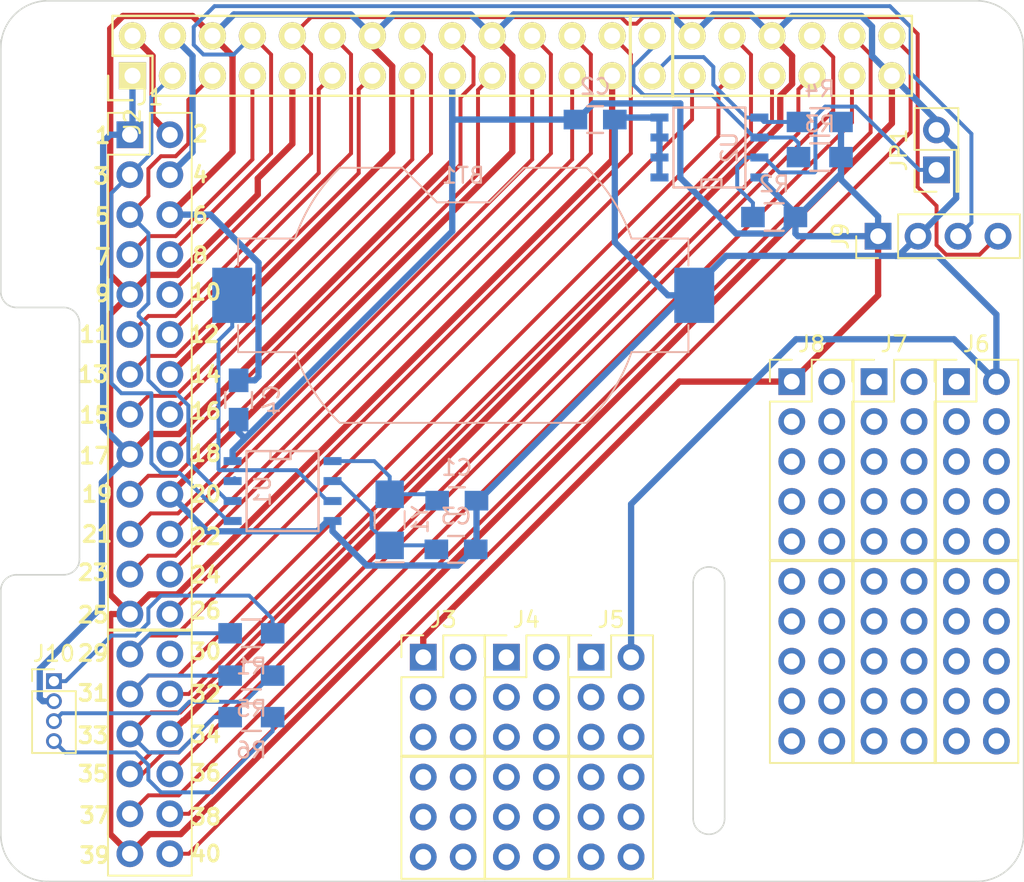
<source format=kicad_pcb>
(kicad_pcb (version 4) (host pcbnew 4.0.6)

  (general
    (links 91)
    (no_connects 1)
    (area -10.421428 -10.7 133.92857 69.475)
    (thickness 1.6)
    (drawings 80)
    (tracks 403)
    (zones 0)
    (modules 29)
    (nets 134)
  )

  (page A4)
  (layers
    (0 F.Cu signal hide)
    (31 B.Cu signal)
    (32 B.Adhes user hide)
    (33 F.Adhes user hide)
    (34 B.Paste user hide)
    (35 F.Paste user hide)
    (36 B.SilkS user hide)
    (37 F.SilkS user hide)
    (38 B.Mask user hide)
    (39 F.Mask user hide)
    (40 Dwgs.User user hide)
    (41 Cmts.User user hide)
    (42 Eco1.User user hide)
    (43 Eco2.User user hide)
    (44 Edge.Cuts user)
    (45 Margin user)
    (46 B.CrtYd user)
    (47 F.CrtYd user)
    (48 B.Fab user)
    (49 F.Fab user)
  )

  (setup
    (last_trace_width 0.25)
    (user_trace_width 0.01)
    (user_trace_width 0.02)
    (user_trace_width 0.05)
    (user_trace_width 0.1)
    (user_trace_width 0.2)
    (trace_clearance 0.2)
    (zone_clearance 0.508)
    (zone_45_only no)
    (trace_min 0.01)
    (segment_width 0.2)
    (edge_width 0.1)
    (via_size 0.6)
    (via_drill 0.4)
    (via_min_size 0.6)
    (via_min_drill 0.3)
    (uvia_size 0.3)
    (uvia_drill 0.1)
    (uvias_allowed no)
    (uvia_min_size 0.2)
    (uvia_min_drill 0.1)
    (pcb_text_width 0.3)
    (pcb_text_size 1.5 1.5)
    (mod_edge_width 0.15)
    (mod_text_size 1 1)
    (mod_text_width 0.15)
    (pad_size 1.5 1.3)
    (pad_drill 0)
    (pad_to_mask_clearance 0)
    (aux_axis_origin 0 0)
    (grid_origin 21.717 12.319)
    (visible_elements 7FFEEFFF)
    (pcbplotparams
      (layerselection 0x010f0_80000001)
      (usegerberextensions false)
      (excludeedgelayer true)
      (linewidth 0.100000)
      (plotframeref false)
      (viasonmask false)
      (mode 1)
      (useauxorigin false)
      (hpglpennumber 1)
      (hpglpenspeed 20)
      (hpglpendiameter 15)
      (hpglpenoverlay 2)
      (psnegative false)
      (psa4output false)
      (plotreference true)
      (plotvalue true)
      (plotinvisibletext false)
      (padsonsilk true)
      (subtractmaskfromsilk false)
      (outputformat 1)
      (mirror false)
      (drillshape 0)
      (scaleselection 1)
      (outputdirectory gerber))
  )

  (net 0 "")
  (net 1 Pin7)
  (net 2 Pin11)
  (net 3 Pin12)
  (net 4 Pin13)
  (net 5 Pin15)
  (net 6 Pin16)
  (net 7 Pin18)
  (net 8 Pin19)
  (net 9 Pin21)
  (net 10 Pin22)
  (net 11 Pin23)
  (net 12 Pin24)
  (net 13 Pin26)
  (net 14 Pin29)
  (net 15 Pin31)
  (net 16 Pin32)
  (net 17 Pin33)
  (net 18 Pin35)
  (net 19 Pin36)
  (net 20 Pin37)
  (net 21 Pin38)
  (net 22 Pin40)
  (net 23 "Net-(BT1-Pad1)")
  (net 24 GND)
  (net 25 3.3V)
  (net 26 SDA)
  (net 27 SCL)
  (net 28 5V_in)
  (net 29 5V_out)
  (net 30 ID_SD)
  (net 31 ID_SC)
  (net 32 "Net-(JP1-Pad1)")
  (net 33 Pin30)
  (net 34 "Net-(J3-Pad2)")
  (net 35 "Net-(J3-Pad3)")
  (net 36 "Net-(J3-Pad4)")
  (net 37 "Net-(J3-Pad5)")
  (net 38 "Net-(J3-Pad6)")
  (net 39 "Net-(J3-Pad7)")
  (net 40 "Net-(J3-Pad8)")
  (net 41 "Net-(J3-Pad9)")
  (net 42 "Net-(J3-Pad10)")
  (net 43 "Net-(J3-Pad11)")
  (net 44 "Net-(J3-Pad12)")
  (net 45 "Net-(J4-Pad1)")
  (net 46 "Net-(J4-Pad2)")
  (net 47 "Net-(J4-Pad3)")
  (net 48 "Net-(J4-Pad4)")
  (net 49 "Net-(J4-Pad5)")
  (net 50 "Net-(J4-Pad6)")
  (net 51 "Net-(J4-Pad7)")
  (net 52 "Net-(J4-Pad8)")
  (net 53 "Net-(J4-Pad9)")
  (net 54 "Net-(J4-Pad10)")
  (net 55 "Net-(J4-Pad11)")
  (net 56 "Net-(J4-Pad12)")
  (net 57 "Net-(J5-Pad1)")
  (net 58 "Net-(J5-Pad3)")
  (net 59 "Net-(J5-Pad4)")
  (net 60 "Net-(J5-Pad5)")
  (net 61 "Net-(J5-Pad6)")
  (net 62 "Net-(J5-Pad7)")
  (net 63 "Net-(J5-Pad8)")
  (net 64 "Net-(J5-Pad9)")
  (net 65 "Net-(J5-Pad10)")
  (net 66 "Net-(J5-Pad11)")
  (net 67 "Net-(J5-Pad12)")
  (net 68 "Net-(J6-Pad1)")
  (net 69 "Net-(J6-Pad3)")
  (net 70 "Net-(J6-Pad4)")
  (net 71 "Net-(J6-Pad5)")
  (net 72 "Net-(J6-Pad6)")
  (net 73 "Net-(J6-Pad7)")
  (net 74 "Net-(J6-Pad8)")
  (net 75 "Net-(J6-Pad9)")
  (net 76 "Net-(J6-Pad10)")
  (net 77 "Net-(J6-Pad11)")
  (net 78 "Net-(J6-Pad12)")
  (net 79 "Net-(J6-Pad13)")
  (net 80 "Net-(J6-Pad14)")
  (net 81 "Net-(J6-Pad15)")
  (net 82 "Net-(J6-Pad16)")
  (net 83 "Net-(J6-Pad17)")
  (net 84 "Net-(J6-Pad18)")
  (net 85 "Net-(J6-Pad19)")
  (net 86 "Net-(J6-Pad20)")
  (net 87 "Net-(J7-Pad1)")
  (net 88 "Net-(J7-Pad2)")
  (net 89 "Net-(J7-Pad3)")
  (net 90 "Net-(J7-Pad4)")
  (net 91 "Net-(J7-Pad5)")
  (net 92 "Net-(J7-Pad6)")
  (net 93 "Net-(J7-Pad7)")
  (net 94 "Net-(J7-Pad8)")
  (net 95 "Net-(J7-Pad9)")
  (net 96 "Net-(J7-Pad10)")
  (net 97 "Net-(J7-Pad11)")
  (net 98 "Net-(J7-Pad12)")
  (net 99 "Net-(J7-Pad13)")
  (net 100 "Net-(J7-Pad14)")
  (net 101 "Net-(J7-Pad15)")
  (net 102 "Net-(J7-Pad16)")
  (net 103 "Net-(J7-Pad17)")
  (net 104 "Net-(J7-Pad18)")
  (net 105 "Net-(J7-Pad19)")
  (net 106 "Net-(J7-Pad20)")
  (net 107 "Net-(J8-Pad2)")
  (net 108 "Net-(J8-Pad3)")
  (net 109 "Net-(J8-Pad4)")
  (net 110 "Net-(J8-Pad5)")
  (net 111 "Net-(J8-Pad6)")
  (net 112 "Net-(J8-Pad7)")
  (net 113 "Net-(J8-Pad8)")
  (net 114 "Net-(J8-Pad9)")
  (net 115 "Net-(J8-Pad10)")
  (net 116 "Net-(J8-Pad11)")
  (net 117 "Net-(J8-Pad12)")
  (net 118 "Net-(J8-Pad13)")
  (net 119 "Net-(J8-Pad14)")
  (net 120 "Net-(J8-Pad15)")
  (net 121 "Net-(J8-Pad16)")
  (net 122 "Net-(J8-Pad17)")
  (net 123 "Net-(J8-Pad18)")
  (net 124 "Net-(J8-Pad19)")
  (net 125 "Net-(J8-Pad20)")
  (net 126 "Net-(U1-Pad7)")
  (net 127 TX)
  (net 128 RX)
  (net 129 "Net-(C1-Pad2)")
  (net 130 "Net-(C3-Pad2)")
  (net 131 "Net-(J10-Pad1)")
  (net 132 "Net-(J10-Pad3)")
  (net 133 "Net-(J10-Pad4)")

  (net_class Default "This is the default net class."
    (clearance 0.2)
    (trace_width 0.25)
    (via_dia 0.6)
    (via_drill 0.4)
    (uvia_dia 0.3)
    (uvia_drill 0.1)
    (add_net ID_SC)
    (add_net ID_SD)
    (add_net "Net-(BT1-Pad1)")
    (add_net "Net-(C1-Pad2)")
    (add_net "Net-(C3-Pad2)")
    (add_net "Net-(J10-Pad1)")
    (add_net "Net-(J10-Pad3)")
    (add_net "Net-(J10-Pad4)")
    (add_net "Net-(J3-Pad10)")
    (add_net "Net-(J3-Pad11)")
    (add_net "Net-(J3-Pad12)")
    (add_net "Net-(J3-Pad2)")
    (add_net "Net-(J3-Pad3)")
    (add_net "Net-(J3-Pad4)")
    (add_net "Net-(J3-Pad5)")
    (add_net "Net-(J3-Pad6)")
    (add_net "Net-(J3-Pad7)")
    (add_net "Net-(J3-Pad8)")
    (add_net "Net-(J3-Pad9)")
    (add_net "Net-(J4-Pad1)")
    (add_net "Net-(J4-Pad10)")
    (add_net "Net-(J4-Pad11)")
    (add_net "Net-(J4-Pad12)")
    (add_net "Net-(J4-Pad2)")
    (add_net "Net-(J4-Pad3)")
    (add_net "Net-(J4-Pad4)")
    (add_net "Net-(J4-Pad5)")
    (add_net "Net-(J4-Pad6)")
    (add_net "Net-(J4-Pad7)")
    (add_net "Net-(J4-Pad8)")
    (add_net "Net-(J4-Pad9)")
    (add_net "Net-(J5-Pad1)")
    (add_net "Net-(J5-Pad10)")
    (add_net "Net-(J5-Pad11)")
    (add_net "Net-(J5-Pad12)")
    (add_net "Net-(J5-Pad3)")
    (add_net "Net-(J5-Pad4)")
    (add_net "Net-(J5-Pad5)")
    (add_net "Net-(J5-Pad6)")
    (add_net "Net-(J5-Pad7)")
    (add_net "Net-(J5-Pad8)")
    (add_net "Net-(J5-Pad9)")
    (add_net "Net-(J6-Pad1)")
    (add_net "Net-(J6-Pad10)")
    (add_net "Net-(J6-Pad11)")
    (add_net "Net-(J6-Pad12)")
    (add_net "Net-(J6-Pad13)")
    (add_net "Net-(J6-Pad14)")
    (add_net "Net-(J6-Pad15)")
    (add_net "Net-(J6-Pad16)")
    (add_net "Net-(J6-Pad17)")
    (add_net "Net-(J6-Pad18)")
    (add_net "Net-(J6-Pad19)")
    (add_net "Net-(J6-Pad20)")
    (add_net "Net-(J6-Pad3)")
    (add_net "Net-(J6-Pad4)")
    (add_net "Net-(J6-Pad5)")
    (add_net "Net-(J6-Pad6)")
    (add_net "Net-(J6-Pad7)")
    (add_net "Net-(J6-Pad8)")
    (add_net "Net-(J6-Pad9)")
    (add_net "Net-(J7-Pad1)")
    (add_net "Net-(J7-Pad10)")
    (add_net "Net-(J7-Pad11)")
    (add_net "Net-(J7-Pad12)")
    (add_net "Net-(J7-Pad13)")
    (add_net "Net-(J7-Pad14)")
    (add_net "Net-(J7-Pad15)")
    (add_net "Net-(J7-Pad16)")
    (add_net "Net-(J7-Pad17)")
    (add_net "Net-(J7-Pad18)")
    (add_net "Net-(J7-Pad19)")
    (add_net "Net-(J7-Pad2)")
    (add_net "Net-(J7-Pad20)")
    (add_net "Net-(J7-Pad3)")
    (add_net "Net-(J7-Pad4)")
    (add_net "Net-(J7-Pad5)")
    (add_net "Net-(J7-Pad6)")
    (add_net "Net-(J7-Pad7)")
    (add_net "Net-(J7-Pad8)")
    (add_net "Net-(J7-Pad9)")
    (add_net "Net-(J8-Pad10)")
    (add_net "Net-(J8-Pad11)")
    (add_net "Net-(J8-Pad12)")
    (add_net "Net-(J8-Pad13)")
    (add_net "Net-(J8-Pad14)")
    (add_net "Net-(J8-Pad15)")
    (add_net "Net-(J8-Pad16)")
    (add_net "Net-(J8-Pad17)")
    (add_net "Net-(J8-Pad18)")
    (add_net "Net-(J8-Pad19)")
    (add_net "Net-(J8-Pad2)")
    (add_net "Net-(J8-Pad20)")
    (add_net "Net-(J8-Pad3)")
    (add_net "Net-(J8-Pad4)")
    (add_net "Net-(J8-Pad5)")
    (add_net "Net-(J8-Pad6)")
    (add_net "Net-(J8-Pad7)")
    (add_net "Net-(J8-Pad8)")
    (add_net "Net-(J8-Pad9)")
    (add_net "Net-(JP1-Pad1)")
    (add_net "Net-(U1-Pad7)")
    (add_net Pin11)
    (add_net Pin12)
    (add_net Pin13)
    (add_net Pin15)
    (add_net Pin16)
    (add_net Pin18)
    (add_net Pin19)
    (add_net Pin21)
    (add_net Pin22)
    (add_net Pin23)
    (add_net Pin24)
    (add_net Pin26)
    (add_net Pin29)
    (add_net Pin30)
    (add_net Pin31)
    (add_net Pin32)
    (add_net Pin33)
    (add_net Pin35)
    (add_net Pin36)
    (add_net Pin37)
    (add_net Pin38)
    (add_net Pin40)
    (add_net Pin7)
    (add_net RX)
    (add_net SCL)
    (add_net SDA)
    (add_net TX)
  )

  (net_class Power ""
    (clearance 0.2)
    (trace_width 0.4)
    (via_dia 0.7)
    (via_drill 0.5)
    (uvia_dia 0.3)
    (uvia_drill 0.1)
    (add_net 3.3V)
    (add_net 5V_in)
    (add_net 5V_out)
    (add_net GND)
  )

  (module Resistors_SMD:R_0805_HandSoldering (layer B.Cu) (tedit 58307B90) (tstamp 598CD280)
    (at 52.0446 10.4394 180)
    (descr "Resistor SMD 0805, hand soldering")
    (tags "resistor 0805")
    (path /5515D395/598CCD34)
    (attr smd)
    (fp_text reference R3 (at 0 2.1 180) (layer B.SilkS)
      (effects (font (size 1 1) (thickness 0.15)) (justify mirror))
    )
    (fp_text value R (at 0 -2.1 180) (layer B.Fab)
      (effects (font (size 1 1) (thickness 0.15)) (justify mirror))
    )
    (fp_line (start -1 -0.625) (end -1 0.625) (layer B.Fab) (width 0.1))
    (fp_line (start 1 -0.625) (end -1 -0.625) (layer B.Fab) (width 0.1))
    (fp_line (start 1 0.625) (end 1 -0.625) (layer B.Fab) (width 0.1))
    (fp_line (start -1 0.625) (end 1 0.625) (layer B.Fab) (width 0.1))
    (fp_line (start -2.4 1) (end 2.4 1) (layer B.CrtYd) (width 0.05))
    (fp_line (start -2.4 -1) (end 2.4 -1) (layer B.CrtYd) (width 0.05))
    (fp_line (start -2.4 1) (end -2.4 -1) (layer B.CrtYd) (width 0.05))
    (fp_line (start 2.4 1) (end 2.4 -1) (layer B.CrtYd) (width 0.05))
    (fp_line (start 0.6 -0.875) (end -0.6 -0.875) (layer B.SilkS) (width 0.15))
    (fp_line (start -0.6 0.875) (end 0.6 0.875) (layer B.SilkS) (width 0.15))
    (pad 1 smd rect (at -1.35 0 180) (size 1.5 1.3) (layers B.Cu B.Paste B.Mask)
      (net 25 3.3V))
    (pad 2 smd rect (at 1.35 0 180) (size 1.5 1.3) (layers B.Cu B.Paste B.Mask)
      (net 31 ID_SC))
    (model Resistors_SMD.3dshapes/R_0805_HandSoldering.wrl
      (at (xyz 0 0 0))
      (scale (xyz 1 1 1))
      (rotate (xyz 0 0 0))
    )
  )

  (module SMD_Packages:SOIC-8-N (layer B.Cu) (tedit 0) (tstamp 598CD2A3)
    (at 45.0342 9.8298 90)
    (descr "Module Narrow CMS SOJ 8 pins large")
    (tags "CMS SOJ")
    (path /5515D395/598CBF78)
    (attr smd)
    (fp_text reference U2 (at 0 1.27 90) (layer B.SilkS)
      (effects (font (size 1 1) (thickness 0.15)) (justify mirror))
    )
    (fp_text value CAT24C32 (at 0 -1.27 90) (layer B.Fab)
      (effects (font (size 1 1) (thickness 0.15)) (justify mirror))
    )
    (fp_line (start -2.54 2.286) (end 2.54 2.286) (layer B.SilkS) (width 0.15))
    (fp_line (start 2.54 2.286) (end 2.54 -2.286) (layer B.SilkS) (width 0.15))
    (fp_line (start 2.54 -2.286) (end -2.54 -2.286) (layer B.SilkS) (width 0.15))
    (fp_line (start -2.54 -2.286) (end -2.54 2.286) (layer B.SilkS) (width 0.15))
    (fp_line (start -2.54 0.762) (end -2.032 0.762) (layer B.SilkS) (width 0.15))
    (fp_line (start -2.032 0.762) (end -2.032 -0.508) (layer B.SilkS) (width 0.15))
    (fp_line (start -2.032 -0.508) (end -2.54 -0.508) (layer B.SilkS) (width 0.15))
    (pad 8 smd rect (at -1.905 3.175 90) (size 0.508 1.143) (layers B.Cu B.Paste B.Mask)
      (net 25 3.3V))
    (pad 7 smd rect (at -0.635 3.175 90) (size 0.508 1.143) (layers B.Cu B.Paste B.Mask)
      (net 32 "Net-(JP1-Pad1)"))
    (pad 6 smd rect (at 0.635 3.175 90) (size 0.508 1.143) (layers B.Cu B.Paste B.Mask)
      (net 31 ID_SC))
    (pad 5 smd rect (at 1.905 3.175 90) (size 0.508 1.143) (layers B.Cu B.Paste B.Mask)
      (net 30 ID_SD))
    (pad 4 smd rect (at 1.905 -3.175 90) (size 0.508 1.143) (layers B.Cu B.Paste B.Mask)
      (net 24 GND))
    (pad 3 smd rect (at 0.635 -3.175 90) (size 0.508 1.143) (layers B.Cu B.Paste B.Mask)
      (net 24 GND))
    (pad 2 smd rect (at -0.635 -3.175 90) (size 0.508 1.143) (layers B.Cu B.Paste B.Mask)
      (net 24 GND))
    (pad 1 smd rect (at -1.905 -3.175 90) (size 0.508 1.143) (layers B.Cu B.Paste B.Mask)
      (net 24 GND))
    (model SMD_Packages.3dshapes/SOIC-8-N.wrl
      (at (xyz 0 0 0))
      (scale (xyz 0.5 0.38 0.5))
      (rotate (xyz 0 0 0))
    )
  )

  (module Battery_Holders:Keystone_1058_1x2032-CoinCell (layer B.Cu) (tedit 589EE147) (tstamp 598A581B)
    (at 29.389 19.2278)
    (descr http://www.keyelco.com/product-pdf.cfm?p=14028)
    (tags "Keystone type 1058 coin cell retainer")
    (path /5515D395/598A4975)
    (attr smd)
    (fp_text reference BT1 (at 0 -7.62) (layer B.SilkS)
      (effects (font (size 1 1) (thickness 0.15)) (justify mirror))
    )
    (fp_text value Battery_Cell (at 0 9.398) (layer B.Fab)
      (effects (font (size 1 1) (thickness 0.15)) (justify mirror))
    )
    (fp_arc (start 0 0) (end 11.06 -4.11) (angle -139.2) (layer B.CrtYd) (width 0.05))
    (fp_arc (start 0 0) (end -11.06 4.11) (angle -139.2) (layer B.CrtYd) (width 0.05))
    (fp_line (start 11.06 -4.11) (end 16.45 -4.11) (layer B.CrtYd) (width 0.05))
    (fp_line (start 16.45 -4.11) (end 16.45 4.11) (layer B.CrtYd) (width 0.05))
    (fp_line (start 16.45 4.11) (end 11.06 4.11) (layer B.CrtYd) (width 0.05))
    (fp_line (start -16.45 4.11) (end -11.06 4.11) (layer B.CrtYd) (width 0.05))
    (fp_line (start -16.45 4.11) (end -16.45 -4.11) (layer B.CrtYd) (width 0.05))
    (fp_line (start -16.45 -4.11) (end -11.06 -4.11) (layer B.CrtYd) (width 0.05))
    (fp_arc (start 0 0) (end -10.692 -3.61) (angle 27.3) (layer B.SilkS) (width 0.12))
    (fp_arc (start 0 0) (end 10.692 3.61) (angle 27.3) (layer B.SilkS) (width 0.12))
    (fp_arc (start 0 0) (end 10.692 -3.61) (angle -27.3) (layer B.SilkS) (width 0.12))
    (fp_arc (start 0 0) (end -10.692 3.61) (angle -27.3) (layer B.SilkS) (width 0.12))
    (fp_line (start -14.31 -1.9) (end -14.31 -3.61) (layer B.SilkS) (width 0.12))
    (fp_line (start -10.692 -3.61) (end -14.31 -3.61) (layer B.SilkS) (width 0.12))
    (fp_line (start -3.86 -8.11) (end -7.8473 -8.11) (layer B.SilkS) (width 0.12))
    (fp_line (start -1.66 -5.91) (end -3.86 -8.11) (layer B.SilkS) (width 0.12))
    (fp_line (start 1.66 -5.91) (end -1.66 -5.91) (layer B.SilkS) (width 0.12))
    (fp_line (start 1.66 -5.91) (end 3.86 -8.11) (layer B.SilkS) (width 0.12))
    (fp_line (start 7.8473 -8.11) (end 3.86 -8.11) (layer B.SilkS) (width 0.12))
    (fp_line (start 14.31 -1.9) (end 14.31 -3.61) (layer B.SilkS) (width 0.12))
    (fp_line (start 14.31 -3.61) (end 10.692 -3.61) (layer B.SilkS) (width 0.12))
    (fp_line (start 10.692 3.61) (end 14.31 3.61) (layer B.SilkS) (width 0.12))
    (fp_line (start 14.31 1.9) (end 14.31 3.61) (layer B.SilkS) (width 0.12))
    (fp_line (start -7.8473 8.11) (end 7.8473 8.11) (layer B.SilkS) (width 0.12))
    (fp_line (start -14.31 1.9) (end -14.31 3.61) (layer B.SilkS) (width 0.12))
    (fp_line (start -14.31 3.61) (end -10.692 3.61) (layer B.SilkS) (width 0.12))
    (fp_arc (start 0 0) (end -10.61275 -3.5) (angle 27.4635) (layer B.Fab) (width 0.1))
    (fp_arc (start 0 0) (end 10.61275 3.5) (angle 27.4635) (layer B.Fab) (width 0.1))
    (fp_arc (start 0 0) (end 10.61275 -3.5) (angle -27.4635) (layer B.Fab) (width 0.1))
    (fp_line (start 14.2 -1.9) (end 14.2 -3.5) (layer B.Fab) (width 0.1))
    (fp_line (start 14.2 -3.5) (end 10.61275 -3.5) (layer B.Fab) (width 0.1))
    (fp_line (start 10.61275 3.5) (end 14.2 3.5) (layer B.Fab) (width 0.1))
    (fp_line (start 14.2 3.5) (end 14.2 1.9) (layer B.Fab) (width 0.1))
    (fp_line (start -14.2 -1.9) (end -14.2 -3.5) (layer B.Fab) (width 0.1))
    (fp_line (start -14.2 -3.5) (end -10.61275 -3.5) (layer B.Fab) (width 0.1))
    (fp_line (start 3.9 -8) (end 7.8026 -8) (layer B.Fab) (width 0.1))
    (fp_line (start 1.7 -5.8) (end 3.9 -8) (layer B.Fab) (width 0.1))
    (fp_line (start -1.7 -5.8) (end -3.9 -8) (layer B.Fab) (width 0.1))
    (fp_line (start -1.7 -5.8) (end 1.7 -5.8) (layer B.Fab) (width 0.1))
    (fp_line (start -14.2 3.5) (end -10.61275 3.5) (layer B.Fab) (width 0.1))
    (fp_line (start -14.2 3.5) (end -14.2 1.9) (layer B.Fab) (width 0.1))
    (fp_line (start -3.9 -8) (end -7.8026 -8) (layer B.Fab) (width 0.1))
    (fp_line (start -7.8026 8) (end 7.8026 8) (layer B.Fab) (width 0.1))
    (fp_arc (start 0 0) (end -10.61275 3.5) (angle -27.4635) (layer B.Fab) (width 0.1))
    (fp_circle (center 0 0) (end 10 0) (layer Dwgs.User) (width 0.15))
    (pad 1 smd rect (at -14.68 0) (size 2.54 3.51) (layers B.Cu B.Paste B.Mask)
      (net 23 "Net-(BT1-Pad1)"))
    (pad 2 smd rect (at 14.68 0) (size 2.54 3.51) (layers B.Cu B.Paste B.Mask)
      (net 24 GND))
  )

  (module RPi_Hat:Pin_Header_Straight_2x20 locked (layer F.Cu) (tedit 551989BF) (tstamp 5516AEA0)
    (at 32.5 4 90)
    (descr "Through hole pin header")
    (tags "pin header")
    (path /5515D395/5516AE26)
    (fp_text reference J2 (at -4.191 -24.13 270) (layer F.SilkS)
      (effects (font (size 1 1) (thickness 0.15)))
    )
    (fp_text value RPi_GPIO (at -1.27 -27.23 90) (layer F.Fab)
      (effects (font (size 1 1) (thickness 0.15)))
    )
    (fp_line (start -3.02 -25.88) (end -3.02 25.92) (layer F.CrtYd) (width 0.05))
    (fp_line (start 3.03 -25.88) (end 3.03 25.92) (layer F.CrtYd) (width 0.05))
    (fp_line (start -3.02 -25.88) (end 3.03 -25.88) (layer F.CrtYd) (width 0.05))
    (fp_line (start -3.02 25.92) (end 3.03 25.92) (layer F.CrtYd) (width 0.05))
    (fp_line (start 2.54 25.4) (end 2.54 -25.4) (layer F.SilkS) (width 0.15))
    (fp_line (start -2.54 -22.86) (end -2.54 25.4) (layer F.SilkS) (width 0.15))
    (fp_line (start 2.54 25.4) (end -2.54 25.4) (layer F.SilkS) (width 0.15))
    (fp_line (start 2.54 -25.4) (end 0 -25.4) (layer F.SilkS) (width 0.15))
    (fp_line (start -1.27 -25.68) (end -2.82 -25.68) (layer F.SilkS) (width 0.15))
    (fp_line (start 0 -25.4) (end 0 -22.86) (layer F.SilkS) (width 0.15))
    (fp_line (start 0 -22.86) (end -2.54 -22.86) (layer F.SilkS) (width 0.15))
    (fp_line (start -2.82 -25.68) (end -2.82 -24.13) (layer F.SilkS) (width 0.15))
    (pad 1 thru_hole rect (at -1.27 -24.13 90) (size 1.7272 1.7272) (drill 1.016) (layers *.Cu *.Mask F.SilkS)
      (net 25 3.3V))
    (pad 2 thru_hole oval (at 1.27 -24.13 90) (size 1.7272 1.7272) (drill 1.016) (layers *.Cu *.Mask F.SilkS)
      (net 28 5V_in))
    (pad 3 thru_hole oval (at -1.27 -21.59 90) (size 1.7272 1.7272) (drill 1.016) (layers *.Cu *.Mask F.SilkS)
      (net 26 SDA))
    (pad 4 thru_hole oval (at 1.27 -21.59 90) (size 1.7272 1.7272) (drill 1.016) (layers *.Cu *.Mask F.SilkS)
      (net 29 5V_out))
    (pad 5 thru_hole oval (at -1.27 -19.05 90) (size 1.7272 1.7272) (drill 1.016) (layers *.Cu *.Mask F.SilkS)
      (net 27 SCL))
    (pad 6 thru_hole oval (at 1.27 -19.05 90) (size 1.7272 1.7272) (drill 1.016) (layers *.Cu *.Mask F.SilkS)
      (net 24 GND))
    (pad 7 thru_hole oval (at -1.27 -16.51 90) (size 1.7272 1.7272) (drill 1.016) (layers *.Cu *.Mask F.SilkS)
      (net 1 Pin7))
    (pad 8 thru_hole oval (at 1.27 -16.51 90) (size 1.7272 1.7272) (drill 1.016) (layers *.Cu *.Mask F.SilkS)
      (net 127 TX))
    (pad 9 thru_hole oval (at -1.27 -13.97 90) (size 1.7272 1.7272) (drill 1.016) (layers *.Cu *.Mask F.SilkS)
      (net 24 GND))
    (pad 10 thru_hole oval (at 1.27 -13.97 90) (size 1.7272 1.7272) (drill 1.016) (layers *.Cu *.Mask F.SilkS)
      (net 128 RX))
    (pad 11 thru_hole oval (at -1.27 -11.43 90) (size 1.7272 1.7272) (drill 1.016) (layers *.Cu *.Mask F.SilkS)
      (net 2 Pin11))
    (pad 12 thru_hole oval (at 1.27 -11.43 90) (size 1.7272 1.7272) (drill 1.016) (layers *.Cu *.Mask F.SilkS)
      (net 3 Pin12))
    (pad 13 thru_hole oval (at -1.27 -8.89 90) (size 1.7272 1.7272) (drill 1.016) (layers *.Cu *.Mask F.SilkS)
      (net 4 Pin13))
    (pad 14 thru_hole oval (at 1.27 -8.89 90) (size 1.7272 1.7272) (drill 1.016) (layers *.Cu *.Mask F.SilkS)
      (net 24 GND))
    (pad 15 thru_hole oval (at -1.27 -6.35 90) (size 1.7272 1.7272) (drill 1.016) (layers *.Cu *.Mask F.SilkS)
      (net 5 Pin15))
    (pad 16 thru_hole oval (at 1.27 -6.35 90) (size 1.7272 1.7272) (drill 1.016) (layers *.Cu *.Mask F.SilkS)
      (net 6 Pin16))
    (pad 17 thru_hole oval (at -1.27 -3.81 90) (size 1.7272 1.7272) (drill 1.016) (layers *.Cu *.Mask F.SilkS)
      (net 25 3.3V))
    (pad 18 thru_hole oval (at 1.27 -3.81 90) (size 1.7272 1.7272) (drill 1.016) (layers *.Cu *.Mask F.SilkS)
      (net 7 Pin18))
    (pad 19 thru_hole oval (at -1.27 -1.27 90) (size 1.7272 1.7272) (drill 1.016) (layers *.Cu *.Mask F.SilkS)
      (net 8 Pin19))
    (pad 20 thru_hole oval (at 1.27 -1.27 90) (size 1.7272 1.7272) (drill 1.016) (layers *.Cu *.Mask F.SilkS)
      (net 24 GND))
    (pad 21 thru_hole oval (at -1.27 1.27 90) (size 1.7272 1.7272) (drill 1.016) (layers *.Cu *.Mask F.SilkS)
      (net 9 Pin21))
    (pad 22 thru_hole oval (at 1.27 1.27 90) (size 1.7272 1.7272) (drill 1.016) (layers *.Cu *.Mask F.SilkS)
      (net 10 Pin22))
    (pad 23 thru_hole oval (at -1.27 3.81 90) (size 1.7272 1.7272) (drill 1.016) (layers *.Cu *.Mask F.SilkS)
      (net 11 Pin23))
    (pad 24 thru_hole oval (at 1.27 3.81 90) (size 1.7272 1.7272) (drill 1.016) (layers *.Cu *.Mask F.SilkS)
      (net 12 Pin24))
    (pad 25 thru_hole oval (at -1.27 6.35 90) (size 1.7272 1.7272) (drill 1.016) (layers *.Cu *.Mask F.SilkS)
      (net 24 GND))
    (pad 26 thru_hole oval (at 1.27 6.35 90) (size 1.7272 1.7272) (drill 1.016) (layers *.Cu *.Mask F.SilkS)
      (net 13 Pin26))
    (pad 27 thru_hole oval (at -1.27 8.89 90) (size 1.7272 1.7272) (drill 1.016) (layers *.Cu *.Mask F.SilkS)
      (net 30 ID_SD))
    (pad 28 thru_hole oval (at 1.27 8.89 90) (size 1.7272 1.7272) (drill 1.016) (layers *.Cu *.Mask F.SilkS)
      (net 31 ID_SC))
    (pad 29 thru_hole oval (at -1.27 11.43 90) (size 1.7272 1.7272) (drill 1.016) (layers *.Cu *.Mask F.SilkS)
      (net 14 Pin29))
    (pad 30 thru_hole oval (at 1.27 11.43 90) (size 1.7272 1.7272) (drill 1.016) (layers *.Cu *.Mask F.SilkS)
      (net 24 GND))
    (pad 31 thru_hole oval (at -1.27 13.97 90) (size 1.7272 1.7272) (drill 1.016) (layers *.Cu *.Mask F.SilkS)
      (net 15 Pin31))
    (pad 32 thru_hole oval (at 1.27 13.97 90) (size 1.7272 1.7272) (drill 1.016) (layers *.Cu *.Mask F.SilkS)
      (net 16 Pin32))
    (pad 33 thru_hole oval (at -1.27 16.51 90) (size 1.7272 1.7272) (drill 1.016) (layers *.Cu *.Mask F.SilkS)
      (net 17 Pin33))
    (pad 34 thru_hole oval (at 1.27 16.51 90) (size 1.7272 1.7272) (drill 1.016) (layers *.Cu *.Mask F.SilkS)
      (net 24 GND))
    (pad 35 thru_hole oval (at -1.27 19.05 90) (size 1.7272 1.7272) (drill 1.016) (layers *.Cu *.Mask F.SilkS)
      (net 18 Pin35))
    (pad 36 thru_hole oval (at 1.27 19.05 90) (size 1.7272 1.7272) (drill 1.016) (layers *.Cu *.Mask F.SilkS)
      (net 19 Pin36))
    (pad 37 thru_hole oval (at -1.27 21.59 90) (size 1.7272 1.7272) (drill 1.016) (layers *.Cu *.Mask F.SilkS)
      (net 20 Pin37))
    (pad 38 thru_hole oval (at 1.27 21.59 90) (size 1.7272 1.7272) (drill 1.016) (layers *.Cu *.Mask F.SilkS)
      (net 21 Pin38))
    (pad 39 thru_hole oval (at -1.27 24.13 90) (size 1.7272 1.7272) (drill 1.016) (layers *.Cu *.Mask F.SilkS)
      (net 24 GND))
    (pad 40 thru_hole oval (at 1.27 24.13 90) (size 1.7272 1.7272) (drill 1.016) (layers *.Cu *.Mask F.SilkS)
      (net 22 Pin40))
    (model Pin_Headers.3dshapes/Pin_Header_Straight_2x20.wrl
      (at (xyz 0 0 0))
      (scale (xyz 1 1 1))
      (rotate (xyz 0 0 90))
    )
  )

  (module RPi_Hat:RPi_Hat_Mounting_Hole locked (layer F.Cu) (tedit 55217C7B) (tstamp 5515DEA9)
    (at 61.5 4)
    (descr "Mounting hole, Befestigungsbohrung, 2,7mm, No Annular, Kein Restring,")
    (tags "Mounting hole, Befestigungsbohrung, 2,7mm, No Annular, Kein Restring,")
    (fp_text reference "" (at 0 -4.0005) (layer F.SilkS) hide
      (effects (font (size 1 1) (thickness 0.15)))
    )
    (fp_text value "" (at 0.09906 3.59918) (layer F.Fab) hide
      (effects (font (size 1 1) (thickness 0.15)))
    )
    (fp_circle (center 0 0) (end 1.375 0) (layer F.Fab) (width 0.15))
    (fp_circle (center 0 0) (end 3.1 0) (layer F.Fab) (width 0.15))
    (fp_circle (center 0 0) (end 3.1 0) (layer B.Fab) (width 0.15))
    (fp_circle (center 0 0) (end 1.375 0) (layer B.Fab) (width 0.15))
    (fp_circle (center 0 0) (end 3.1 0) (layer F.CrtYd) (width 0.15))
    (fp_circle (center 0 0) (end 3.1 0) (layer B.CrtYd) (width 0.15))
    (pad "" np_thru_hole circle (at 0 0) (size 2.75 2.75) (drill 2.75) (layers *.Cu *.Mask)
      (solder_mask_margin 1.725) (clearance 1.725))
  )

  (module RPi_Hat:RPi_Hat_Mounting_Hole locked (layer F.Cu) (tedit 55217CCB) (tstamp 55169DC9)
    (at 61.5 53)
    (descr "Mounting hole, Befestigungsbohrung, 2,7mm, No Annular, Kein Restring,")
    (tags "Mounting hole, Befestigungsbohrung, 2,7mm, No Annular, Kein Restring,")
    (fp_text reference "" (at 0 -4.0005) (layer F.SilkS) hide
      (effects (font (size 1 1) (thickness 0.15)))
    )
    (fp_text value "" (at 0.09906 3.59918) (layer F.Fab) hide
      (effects (font (size 1 1) (thickness 0.15)))
    )
    (fp_circle (center 0 0) (end 1.375 0) (layer F.Fab) (width 0.15))
    (fp_circle (center 0 0) (end 3.1 0) (layer F.Fab) (width 0.15))
    (fp_circle (center 0 0) (end 3.1 0) (layer B.Fab) (width 0.15))
    (fp_circle (center 0 0) (end 1.375 0) (layer B.Fab) (width 0.15))
    (fp_circle (center 0 0) (end 3.1 0) (layer F.CrtYd) (width 0.15))
    (fp_circle (center 0 0) (end 3.1 0) (layer B.CrtYd) (width 0.15))
    (pad "" np_thru_hole circle (at 0 0) (size 2.75 2.75) (drill 2.75) (layers *.Cu *.Mask)
      (solder_mask_margin 1.725) (clearance 1.725))
  )

  (module RPi_Hat:RPi_Hat_Mounting_Hole locked (layer F.Cu) (tedit 55217CB9) (tstamp 5515DECC)
    (at 3.5 53)
    (descr "Mounting hole, Befestigungsbohrung, 2,7mm, No Annular, Kein Restring,")
    (tags "Mounting hole, Befestigungsbohrung, 2,7mm, No Annular, Kein Restring,")
    (fp_text reference "" (at 0 -4.0005) (layer F.SilkS) hide
      (effects (font (size 1 1) (thickness 0.15)))
    )
    (fp_text value "" (at 0.09906 3.59918) (layer F.Fab) hide
      (effects (font (size 1 1) (thickness 0.15)))
    )
    (fp_circle (center 0 0) (end 1.375 0) (layer F.Fab) (width 0.15))
    (fp_circle (center 0 0) (end 3.1 0) (layer F.Fab) (width 0.15))
    (fp_circle (center 0 0) (end 3.1 0) (layer B.Fab) (width 0.15))
    (fp_circle (center 0 0) (end 1.375 0) (layer B.Fab) (width 0.15))
    (fp_circle (center 0 0) (end 3.1 0) (layer F.CrtYd) (width 0.15))
    (fp_circle (center 0 0) (end 3.1 0) (layer B.CrtYd) (width 0.15))
    (pad "" np_thru_hole circle (at 0 0) (size 2.75 2.75) (drill 2.75) (layers *.Cu *.Mask)
      (solder_mask_margin 1.725) (clearance 1.725))
  )

  (module RPi_Hat:RPi_Hat_Mounting_Hole locked (layer F.Cu) (tedit 55217CA2) (tstamp 5515DEBF)
    (at 3.5 4)
    (descr "Mounting hole, Befestigungsbohrung, 2,7mm, No Annular, Kein Restring,")
    (tags "Mounting hole, Befestigungsbohrung, 2,7mm, No Annular, Kein Restring,")
    (fp_text reference "" (at 0 -4.0005) (layer F.SilkS) hide
      (effects (font (size 1 1) (thickness 0.15)))
    )
    (fp_text value "" (at 0.09906 3.59918) (layer F.Fab) hide
      (effects (font (size 1 1) (thickness 0.15)))
    )
    (fp_circle (center 0 0) (end 1.375 0) (layer F.Fab) (width 0.15))
    (fp_circle (center 0 0) (end 3.1 0) (layer F.Fab) (width 0.15))
    (fp_circle (center 0 0) (end 3.1 0) (layer B.Fab) (width 0.15))
    (fp_circle (center 0 0) (end 1.375 0) (layer B.Fab) (width 0.15))
    (fp_circle (center 0 0) (end 3.1 0) (layer F.CrtYd) (width 0.15))
    (fp_circle (center 0 0) (end 3.1 0) (layer B.CrtYd) (width 0.15))
    (pad "" np_thru_hole circle (at 0 0) (size 2.75 2.75) (drill 2.75) (layers *.Cu *.Mask)
      (solder_mask_margin 1.725) (clearance 1.725))
  )

  (module Pin_Headers:Pin_Header_Straight_2x19_Pitch2.54mm (layer F.Cu) (tedit 5862ED54) (tstamp 598D43FE)
    (at 8.2042 9.017)
    (descr "Through hole straight pin header, 2x19, 2.54mm pitch, double rows")
    (tags "Through hole pin header THT 2x19 2.54mm double row")
    (path /5515D395/598A3E9D)
    (fp_text reference J1 (at 1.27 -2.39) (layer F.SilkS)
      (effects (font (size 1 1) (thickness 0.15)))
    )
    (fp_text value CONN_02X19 (at 1.27 48.11) (layer F.Fab)
      (effects (font (size 1 1) (thickness 0.15)))
    )
    (fp_line (start -1.27 -1.27) (end -1.27 46.99) (layer F.Fab) (width 0.1))
    (fp_line (start -1.27 46.99) (end 3.81 46.99) (layer F.Fab) (width 0.1))
    (fp_line (start 3.81 46.99) (end 3.81 -1.27) (layer F.Fab) (width 0.1))
    (fp_line (start 3.81 -1.27) (end -1.27 -1.27) (layer F.Fab) (width 0.1))
    (fp_line (start -1.39 1.27) (end -1.39 47.11) (layer F.SilkS) (width 0.12))
    (fp_line (start -1.39 47.11) (end 3.93 47.11) (layer F.SilkS) (width 0.12))
    (fp_line (start 3.93 47.11) (end 3.93 -1.39) (layer F.SilkS) (width 0.12))
    (fp_line (start 3.93 -1.39) (end 1.27 -1.39) (layer F.SilkS) (width 0.12))
    (fp_line (start 1.27 -1.39) (end 1.27 1.27) (layer F.SilkS) (width 0.12))
    (fp_line (start 1.27 1.27) (end -1.39 1.27) (layer F.SilkS) (width 0.12))
    (fp_line (start -1.39 0) (end -1.39 -1.39) (layer F.SilkS) (width 0.12))
    (fp_line (start -1.39 -1.39) (end 0 -1.39) (layer F.SilkS) (width 0.12))
    (fp_line (start -1.6 -1.6) (end -1.6 47.3) (layer F.CrtYd) (width 0.05))
    (fp_line (start -1.6 47.3) (end 4.1 47.3) (layer F.CrtYd) (width 0.05))
    (fp_line (start 4.1 47.3) (end 4.1 -1.6) (layer F.CrtYd) (width 0.05))
    (fp_line (start 4.1 -1.6) (end -1.6 -1.6) (layer F.CrtYd) (width 0.05))
    (pad 1 thru_hole rect (at 0 0) (size 1.7 1.7) (drill 1) (layers *.Cu *.Mask)
      (net 25 3.3V))
    (pad 2 thru_hole oval (at 2.54 0) (size 1.7 1.7) (drill 1) (layers *.Cu *.Mask)
      (net 28 5V_in))
    (pad 3 thru_hole oval (at 0 2.54) (size 1.7 1.7) (drill 1) (layers *.Cu *.Mask)
      (net 26 SDA))
    (pad 4 thru_hole oval (at 2.54 2.54) (size 1.7 1.7) (drill 1) (layers *.Cu *.Mask)
      (net 29 5V_out))
    (pad 5 thru_hole oval (at 0 5.08) (size 1.7 1.7) (drill 1) (layers *.Cu *.Mask)
      (net 27 SCL))
    (pad 6 thru_hole oval (at 2.54 5.08) (size 1.7 1.7) (drill 1) (layers *.Cu *.Mask)
      (net 24 GND))
    (pad 7 thru_hole oval (at 0 7.62) (size 1.7 1.7) (drill 1) (layers *.Cu *.Mask)
      (net 1 Pin7))
    (pad 8 thru_hole oval (at 2.54 7.62) (size 1.7 1.7) (drill 1) (layers *.Cu *.Mask)
      (net 127 TX))
    (pad 9 thru_hole oval (at 0 10.16) (size 1.7 1.7) (drill 1) (layers *.Cu *.Mask)
      (net 24 GND))
    (pad 10 thru_hole oval (at 2.54 10.16) (size 1.7 1.7) (drill 1) (layers *.Cu *.Mask)
      (net 128 RX))
    (pad 11 thru_hole oval (at 0 12.7) (size 1.7 1.7) (drill 1) (layers *.Cu *.Mask)
      (net 2 Pin11))
    (pad 12 thru_hole oval (at 2.54 12.7) (size 1.7 1.7) (drill 1) (layers *.Cu *.Mask)
      (net 3 Pin12))
    (pad 13 thru_hole oval (at 0 15.24) (size 1.7 1.7) (drill 1) (layers *.Cu *.Mask)
      (net 4 Pin13))
    (pad 14 thru_hole oval (at 2.54 15.24) (size 1.7 1.7) (drill 1) (layers *.Cu *.Mask)
      (net 24 GND))
    (pad 15 thru_hole oval (at 0 17.78) (size 1.7 1.7) (drill 1) (layers *.Cu *.Mask)
      (net 5 Pin15))
    (pad 16 thru_hole oval (at 2.54 17.78) (size 1.7 1.7) (drill 1) (layers *.Cu *.Mask)
      (net 6 Pin16))
    (pad 17 thru_hole oval (at 0 20.32) (size 1.7 1.7) (drill 1) (layers *.Cu *.Mask)
      (net 25 3.3V))
    (pad 18 thru_hole oval (at 2.54 20.32) (size 1.7 1.7) (drill 1) (layers *.Cu *.Mask)
      (net 7 Pin18))
    (pad 19 thru_hole oval (at 0 22.86) (size 1.7 1.7) (drill 1) (layers *.Cu *.Mask)
      (net 8 Pin19))
    (pad 20 thru_hole oval (at 2.54 22.86) (size 1.7 1.7) (drill 1) (layers *.Cu *.Mask)
      (net 24 GND))
    (pad 21 thru_hole oval (at 0 25.4) (size 1.7 1.7) (drill 1) (layers *.Cu *.Mask)
      (net 9 Pin21))
    (pad 22 thru_hole oval (at 2.54 25.4) (size 1.7 1.7) (drill 1) (layers *.Cu *.Mask)
      (net 10 Pin22))
    (pad 23 thru_hole oval (at 0 27.94) (size 1.7 1.7) (drill 1) (layers *.Cu *.Mask)
      (net 11 Pin23))
    (pad 24 thru_hole oval (at 2.54 27.94) (size 1.7 1.7) (drill 1) (layers *.Cu *.Mask)
      (net 12 Pin24))
    (pad 25 thru_hole oval (at 0 30.48) (size 1.7 1.7) (drill 1) (layers *.Cu *.Mask)
      (net 24 GND))
    (pad 26 thru_hole oval (at 2.54 30.48) (size 1.7 1.7) (drill 1) (layers *.Cu *.Mask)
      (net 13 Pin26))
    (pad 27 thru_hole oval (at 0 33.02) (size 1.7 1.7) (drill 1) (layers *.Cu *.Mask)
      (net 14 Pin29))
    (pad 28 thru_hole oval (at 2.54 33.02) (size 1.7 1.7) (drill 1) (layers *.Cu *.Mask)
      (net 33 Pin30))
    (pad 29 thru_hole oval (at 0 35.56) (size 1.7 1.7) (drill 1) (layers *.Cu *.Mask)
      (net 15 Pin31))
    (pad 30 thru_hole oval (at 2.54 35.56) (size 1.7 1.7) (drill 1) (layers *.Cu *.Mask)
      (net 16 Pin32))
    (pad 31 thru_hole oval (at 0 38.1) (size 1.7 1.7) (drill 1) (layers *.Cu *.Mask)
      (net 17 Pin33))
    (pad 32 thru_hole oval (at 2.54 38.1) (size 1.7 1.7) (drill 1) (layers *.Cu *.Mask)
      (net 24 GND))
    (pad 33 thru_hole oval (at 0 40.64) (size 1.7 1.7) (drill 1) (layers *.Cu *.Mask)
      (net 18 Pin35))
    (pad 34 thru_hole oval (at 2.54 40.64) (size 1.7 1.7) (drill 1) (layers *.Cu *.Mask)
      (net 19 Pin36))
    (pad 35 thru_hole oval (at 0 43.18) (size 1.7 1.7) (drill 1) (layers *.Cu *.Mask)
      (net 20 Pin37))
    (pad 36 thru_hole oval (at 2.54 43.18) (size 1.7 1.7) (drill 1) (layers *.Cu *.Mask)
      (net 21 Pin38))
    (pad 37 thru_hole oval (at 0 45.72) (size 1.7 1.7) (drill 1) (layers *.Cu *.Mask)
      (net 24 GND))
    (pad 38 thru_hole oval (at 2.54 45.72) (size 1.7 1.7) (drill 1) (layers *.Cu *.Mask)
      (net 22 Pin40))
    (model Pin_Headers.3dshapes/Pin_Header_Straight_2x19_Pitch2.54mm.wrl
      (at (xyz 0.05 -0.9 0))
      (scale (xyz 1 1 1))
      (rotate (xyz 0 0 90))
    )
  )

  (module SMD_Packages:SOIC-8-N (layer B.Cu) (tedit 0) (tstamp 598A7C9C)
    (at 17.907 31.6738 270)
    (descr "Module Narrow CMS SOJ 8 pins large")
    (tags "CMS SOJ")
    (path /5515D395/598A56B5)
    (attr smd)
    (fp_text reference U1 (at 0 1.27 270) (layer B.SilkS)
      (effects (font (size 1 1) (thickness 0.15)) (justify mirror))
    )
    (fp_text value DS1307Z+ (at 0 -1.27 270) (layer B.Fab)
      (effects (font (size 1 1) (thickness 0.15)) (justify mirror))
    )
    (fp_line (start -2.54 2.286) (end 2.54 2.286) (layer B.SilkS) (width 0.15))
    (fp_line (start 2.54 2.286) (end 2.54 -2.286) (layer B.SilkS) (width 0.15))
    (fp_line (start 2.54 -2.286) (end -2.54 -2.286) (layer B.SilkS) (width 0.15))
    (fp_line (start -2.54 -2.286) (end -2.54 2.286) (layer B.SilkS) (width 0.15))
    (fp_line (start -2.54 0.762) (end -2.032 0.762) (layer B.SilkS) (width 0.15))
    (fp_line (start -2.032 0.762) (end -2.032 -0.508) (layer B.SilkS) (width 0.15))
    (fp_line (start -2.032 -0.508) (end -2.54 -0.508) (layer B.SilkS) (width 0.15))
    (pad 8 smd rect (at -1.905 3.175 270) (size 0.508 1.143) (layers B.Cu B.Paste B.Mask)
      (net 25 3.3V))
    (pad 7 smd rect (at -0.635 3.175 270) (size 0.508 1.143) (layers B.Cu B.Paste B.Mask)
      (net 126 "Net-(U1-Pad7)"))
    (pad 6 smd rect (at 0.635 3.175 270) (size 0.508 1.143) (layers B.Cu B.Paste B.Mask)
      (net 27 SCL))
    (pad 5 smd rect (at 1.905 3.175 270) (size 0.508 1.143) (layers B.Cu B.Paste B.Mask)
      (net 26 SDA))
    (pad 4 smd rect (at 1.905 -3.175 270) (size 0.508 1.143) (layers B.Cu B.Paste B.Mask)
      (net 24 GND))
    (pad 3 smd rect (at 0.635 -3.175 270) (size 0.508 1.143) (layers B.Cu B.Paste B.Mask)
      (net 23 "Net-(BT1-Pad1)"))
    (pad 2 smd rect (at -0.635 -3.175 270) (size 0.508 1.143) (layers B.Cu B.Paste B.Mask)
      (net 130 "Net-(C3-Pad2)"))
    (pad 1 smd rect (at -1.905 -3.175 270) (size 0.508 1.143) (layers B.Cu B.Paste B.Mask)
      (net 129 "Net-(C1-Pad2)"))
    (model SMD_Packages.3dshapes/SOIC-8-N.wrl
      (at (xyz 0 0 0))
      (scale (xyz 0.5 0.38 0.5))
      (rotate (xyz 0 0 0))
    )
  )

  (module Crystals:Crystal_SMD_EuroQuartz_EQ161-2pin_3.2x1.5mm_HandSoldering (layer B.Cu) (tedit 5873B462) (tstamp 598AB66E)
    (at 24.7142 33.5026 90)
    (descr "SMD Crystal EuroQuartz EQ161 series http://cdn-reichelt.de/documents/datenblatt/B400/PG32768C.pdf, hand-soldering, 3.2x1.5mm^2 package")
    (tags "SMD SMT crystal hand-soldering")
    (path /5515D395/598A4A0E)
    (attr smd)
    (fp_text reference Y1 (at 0 1.95 90) (layer B.SilkS)
      (effects (font (size 1 1) (thickness 0.15)) (justify mirror))
    )
    (fp_text value Crystal (at 0 -1.95 90) (layer B.Fab)
      (effects (font (size 1 1) (thickness 0.15)) (justify mirror))
    )
    (fp_line (start -1.5 0.75) (end 1.5 0.75) (layer B.Fab) (width 0.1))
    (fp_line (start 1.5 0.75) (end 1.6 0.65) (layer B.Fab) (width 0.1))
    (fp_line (start 1.6 0.65) (end 1.6 -0.65) (layer B.Fab) (width 0.1))
    (fp_line (start 1.6 -0.65) (end 1.5 -0.75) (layer B.Fab) (width 0.1))
    (fp_line (start 1.5 -0.75) (end -1.5 -0.75) (layer B.Fab) (width 0.1))
    (fp_line (start -1.5 -0.75) (end -1.6 -0.65) (layer B.Fab) (width 0.1))
    (fp_line (start -1.6 -0.65) (end -1.6 0.65) (layer B.Fab) (width 0.1))
    (fp_line (start -1.6 0.65) (end -1.5 0.75) (layer B.Fab) (width 0.1))
    (fp_line (start -1.6 -0.25) (end -1.1 -0.75) (layer B.Fab) (width 0.1))
    (fp_line (start -0.55 0.95) (end 0.55 0.95) (layer B.SilkS) (width 0.12))
    (fp_line (start -0.55 -0.95) (end 0.55 -0.95) (layer B.SilkS) (width 0.12))
    (fp_line (start -2.7 0.9) (end -2.7 -0.9) (layer B.SilkS) (width 0.12))
    (fp_line (start -2.8 1.2) (end -2.8 -1.2) (layer B.CrtYd) (width 0.05))
    (fp_line (start -2.8 -1.2) (end 2.8 -1.2) (layer B.CrtYd) (width 0.05))
    (fp_line (start 2.8 -1.2) (end 2.8 1.2) (layer B.CrtYd) (width 0.05))
    (fp_line (start 2.8 1.2) (end -2.8 1.2) (layer B.CrtYd) (width 0.05))
    (pad 1 smd rect (at -1.625 0 90) (size 1.75 1.8) (layers B.Cu B.Mask)
      (net 130 "Net-(C3-Pad2)"))
    (pad 2 smd rect (at 1.625 0 90) (size 1.75 1.8) (layers B.Cu B.Mask)
      (net 129 "Net-(C1-Pad2)"))
    (model Crystals.3dshapes/Crystal_SMD_EuroQuartz_EQ161-2pin_3.2x1.5mm_HandSoldering.wrl
      (at (xyz 0 0 0))
      (scale (xyz 1 1 1))
      (rotate (xyz 0 0 0))
    )
  )

  (module Capacitors_SMD:C_0805_HandSoldering (layer B.Cu) (tedit 541A9B8D) (tstamp 598CD243)
    (at 37.7698 8.0518 180)
    (descr "Capacitor SMD 0805, hand soldering")
    (tags "capacitor 0805")
    (path /5515D395/598CCD8C)
    (attr smd)
    (fp_text reference C2 (at 0 2.1 180) (layer B.SilkS)
      (effects (font (size 1 1) (thickness 0.15)) (justify mirror))
    )
    (fp_text value C (at 0 -2.1 180) (layer B.Fab)
      (effects (font (size 1 1) (thickness 0.15)) (justify mirror))
    )
    (fp_line (start -1 -0.625) (end -1 0.625) (layer B.Fab) (width 0.15))
    (fp_line (start 1 -0.625) (end -1 -0.625) (layer B.Fab) (width 0.15))
    (fp_line (start 1 0.625) (end 1 -0.625) (layer B.Fab) (width 0.15))
    (fp_line (start -1 0.625) (end 1 0.625) (layer B.Fab) (width 0.15))
    (fp_line (start -2.3 1) (end 2.3 1) (layer B.CrtYd) (width 0.05))
    (fp_line (start -2.3 -1) (end 2.3 -1) (layer B.CrtYd) (width 0.05))
    (fp_line (start -2.3 1) (end -2.3 -1) (layer B.CrtYd) (width 0.05))
    (fp_line (start 2.3 1) (end 2.3 -1) (layer B.CrtYd) (width 0.05))
    (fp_line (start 0.5 0.85) (end -0.5 0.85) (layer B.SilkS) (width 0.15))
    (fp_line (start -0.5 -0.85) (end 0.5 -0.85) (layer B.SilkS) (width 0.15))
    (pad 1 smd rect (at -1.25 0 180) (size 1.5 1.25) (layers B.Cu B.Paste B.Mask)
      (net 24 GND))
    (pad 2 smd rect (at 1.25 0 180) (size 1.5 1.25) (layers B.Cu B.Paste B.Mask)
      (net 25 3.3V))
    (model Capacitors_SMD.3dshapes/C_0805_HandSoldering.wrl
      (at (xyz 0 0 0))
      (scale (xyz 1 1 1))
      (rotate (xyz 0 0 0))
    )
  )

  (module Resistors_SMD:R_0805_HandSoldering (layer B.Cu) (tedit 58307B90) (tstamp 598CD270)
    (at 49.149 14.2494 180)
    (descr "Resistor SMD 0805, hand soldering")
    (tags "resistor 0805")
    (path /5515D395/598CCCFE)
    (attr smd)
    (fp_text reference R2 (at 0 2.1 180) (layer B.SilkS)
      (effects (font (size 1 1) (thickness 0.15)) (justify mirror))
    )
    (fp_text value R (at 0 -2.1 180) (layer B.Fab)
      (effects (font (size 1 1) (thickness 0.15)) (justify mirror))
    )
    (fp_line (start -1 -0.625) (end -1 0.625) (layer B.Fab) (width 0.1))
    (fp_line (start 1 -0.625) (end -1 -0.625) (layer B.Fab) (width 0.1))
    (fp_line (start 1 0.625) (end 1 -0.625) (layer B.Fab) (width 0.1))
    (fp_line (start -1 0.625) (end 1 0.625) (layer B.Fab) (width 0.1))
    (fp_line (start -2.4 1) (end 2.4 1) (layer B.CrtYd) (width 0.05))
    (fp_line (start -2.4 -1) (end 2.4 -1) (layer B.CrtYd) (width 0.05))
    (fp_line (start -2.4 1) (end -2.4 -1) (layer B.CrtYd) (width 0.05))
    (fp_line (start 2.4 1) (end 2.4 -1) (layer B.CrtYd) (width 0.05))
    (fp_line (start 0.6 -0.875) (end -0.6 -0.875) (layer B.SilkS) (width 0.15))
    (fp_line (start -0.6 0.875) (end 0.6 0.875) (layer B.SilkS) (width 0.15))
    (pad 1 smd rect (at -1.35 0 180) (size 1.5 1.3) (layers B.Cu B.Paste B.Mask)
      (net 25 3.3V))
    (pad 2 smd rect (at 1.35 0 180) (size 1.5 1.3) (layers B.Cu B.Paste B.Mask)
      (net 32 "Net-(JP1-Pad1)"))
    (model Resistors_SMD.3dshapes/R_0805_HandSoldering.wrl
      (at (xyz 0 0 0))
      (scale (xyz 1 1 1))
      (rotate (xyz 0 0 0))
    )
  )

  (module Resistors_SMD:R_0805_HandSoldering (layer B.Cu) (tedit 58307B90) (tstamp 598CD290)
    (at 52.0446 8.2042 180)
    (descr "Resistor SMD 0805, hand soldering")
    (tags "resistor 0805")
    (path /5515D395/598CCD63)
    (attr smd)
    (fp_text reference R4 (at 0 2.1 180) (layer B.SilkS)
      (effects (font (size 1 1) (thickness 0.15)) (justify mirror))
    )
    (fp_text value R (at 0 -2.1 180) (layer B.Fab)
      (effects (font (size 1 1) (thickness 0.15)) (justify mirror))
    )
    (fp_line (start -1 -0.625) (end -1 0.625) (layer B.Fab) (width 0.1))
    (fp_line (start 1 -0.625) (end -1 -0.625) (layer B.Fab) (width 0.1))
    (fp_line (start 1 0.625) (end 1 -0.625) (layer B.Fab) (width 0.1))
    (fp_line (start -1 0.625) (end 1 0.625) (layer B.Fab) (width 0.1))
    (fp_line (start -2.4 1) (end 2.4 1) (layer B.CrtYd) (width 0.05))
    (fp_line (start -2.4 -1) (end 2.4 -1) (layer B.CrtYd) (width 0.05))
    (fp_line (start -2.4 1) (end -2.4 -1) (layer B.CrtYd) (width 0.05))
    (fp_line (start 2.4 1) (end 2.4 -1) (layer B.CrtYd) (width 0.05))
    (fp_line (start 0.6 -0.875) (end -0.6 -0.875) (layer B.SilkS) (width 0.15))
    (fp_line (start -0.6 0.875) (end 0.6 0.875) (layer B.SilkS) (width 0.15))
    (pad 1 smd rect (at -1.35 0 180) (size 1.5 1.3) (layers B.Cu B.Paste B.Mask)
      (net 25 3.3V))
    (pad 2 smd rect (at 1.35 0 180) (size 1.5 1.3) (layers B.Cu B.Paste B.Mask)
      (net 30 ID_SD))
    (model Resistors_SMD.3dshapes/R_0805_HandSoldering.wrl
      (at (xyz 0 0 0))
      (scale (xyz 1 1 1))
      (rotate (xyz 0 0 0))
    )
  )

  (module Pin_Headers:Pin_Header_Straight_2x01_Pitch2.54mm (layer F.Cu) (tedit 5862ED53) (tstamp 598CD260)
    (at 59.4614 11.2522 90)
    (descr "Through hole straight pin header, 2x01, 2.54mm pitch, double rows")
    (tags "Through hole pin header THT 2x01 2.54mm double row")
    (path /5515D395/598CD8A4)
    (fp_text reference JP1 (at 1.27 -2.39 90) (layer F.SilkS)
      (effects (font (size 1 1) (thickness 0.15)))
    )
    (fp_text value Jumper_NO_Small (at 1.27 2.39 90) (layer F.Fab)
      (effects (font (size 1 1) (thickness 0.15)))
    )
    (fp_line (start -1.27 -1.27) (end -1.27 1.27) (layer F.Fab) (width 0.1))
    (fp_line (start -1.27 1.27) (end 3.81 1.27) (layer F.Fab) (width 0.1))
    (fp_line (start 3.81 1.27) (end 3.81 -1.27) (layer F.Fab) (width 0.1))
    (fp_line (start 3.81 -1.27) (end -1.27 -1.27) (layer F.Fab) (width 0.1))
    (fp_line (start -1.39 1.27) (end -1.39 1.39) (layer F.SilkS) (width 0.12))
    (fp_line (start -1.39 1.39) (end 3.93 1.39) (layer F.SilkS) (width 0.12))
    (fp_line (start 3.93 1.39) (end 3.93 -1.39) (layer F.SilkS) (width 0.12))
    (fp_line (start 3.93 -1.39) (end 1.27 -1.39) (layer F.SilkS) (width 0.12))
    (fp_line (start 1.27 -1.39) (end 1.27 1.27) (layer F.SilkS) (width 0.12))
    (fp_line (start 1.27 1.27) (end -1.39 1.27) (layer F.SilkS) (width 0.12))
    (fp_line (start -1.39 0) (end -1.39 -1.39) (layer F.SilkS) (width 0.12))
    (fp_line (start -1.39 -1.39) (end 0 -1.39) (layer F.SilkS) (width 0.12))
    (fp_line (start -1.6 -1.6) (end -1.6 1.6) (layer F.CrtYd) (width 0.05))
    (fp_line (start -1.6 1.6) (end 4.1 1.6) (layer F.CrtYd) (width 0.05))
    (fp_line (start 4.1 1.6) (end 4.1 -1.6) (layer F.CrtYd) (width 0.05))
    (fp_line (start 4.1 -1.6) (end -1.6 -1.6) (layer F.CrtYd) (width 0.05))
    (pad 1 thru_hole rect (at 0 0 90) (size 1.7 1.7) (drill 1) (layers *.Cu *.Mask)
      (net 32 "Net-(JP1-Pad1)"))
    (pad 2 thru_hole oval (at 2.54 0 90) (size 1.7 1.7) (drill 1) (layers *.Cu *.Mask)
      (net 24 GND))
    (model Pin_Headers.3dshapes/Pin_Header_Straight_2x01_Pitch2.54mm.wrl
      (at (xyz 0.05 0 0))
      (scale (xyz 1 1 1))
      (rotate (xyz 0 0 90))
    )
  )

  (module Pin_Headers:Pin_Header_Straight_2x06_Pitch2.54mm (layer F.Cu) (tedit 5862ED53) (tstamp 59987B20)
    (at 26.8478 42.2402)
    (descr "Through hole straight pin header, 2x06, 2.54mm pitch, double rows")
    (tags "Through hole pin header THT 2x06 2.54mm double row")
    (path /5515D395/598CFBC4)
    (fp_text reference J3 (at 1.27 -2.39) (layer F.SilkS)
      (effects (font (size 1 1) (thickness 0.15)))
    )
    (fp_text value CONN_02X06 (at 1.27 15.09) (layer F.Fab)
      (effects (font (size 1 1) (thickness 0.15)))
    )
    (fp_line (start -1.27 -1.27) (end -1.27 13.97) (layer F.Fab) (width 0.1))
    (fp_line (start -1.27 13.97) (end 3.81 13.97) (layer F.Fab) (width 0.1))
    (fp_line (start 3.81 13.97) (end 3.81 -1.27) (layer F.Fab) (width 0.1))
    (fp_line (start 3.81 -1.27) (end -1.27 -1.27) (layer F.Fab) (width 0.1))
    (fp_line (start -1.39 1.27) (end -1.39 14.09) (layer F.SilkS) (width 0.12))
    (fp_line (start -1.39 14.09) (end 3.93 14.09) (layer F.SilkS) (width 0.12))
    (fp_line (start 3.93 14.09) (end 3.93 -1.39) (layer F.SilkS) (width 0.12))
    (fp_line (start 3.93 -1.39) (end 1.27 -1.39) (layer F.SilkS) (width 0.12))
    (fp_line (start 1.27 -1.39) (end 1.27 1.27) (layer F.SilkS) (width 0.12))
    (fp_line (start 1.27 1.27) (end -1.39 1.27) (layer F.SilkS) (width 0.12))
    (fp_line (start -1.39 0) (end -1.39 -1.39) (layer F.SilkS) (width 0.12))
    (fp_line (start -1.39 -1.39) (end 0 -1.39) (layer F.SilkS) (width 0.12))
    (fp_line (start -1.6 -1.6) (end -1.6 14.3) (layer F.CrtYd) (width 0.05))
    (fp_line (start -1.6 14.3) (end 4.1 14.3) (layer F.CrtYd) (width 0.05))
    (fp_line (start 4.1 14.3) (end 4.1 -1.6) (layer F.CrtYd) (width 0.05))
    (fp_line (start 4.1 -1.6) (end -1.6 -1.6) (layer F.CrtYd) (width 0.05))
    (pad 1 thru_hole rect (at 0 0) (size 1.7 1.7) (drill 1) (layers *.Cu *.Mask)
      (net 25 3.3V))
    (pad 2 thru_hole oval (at 2.54 0) (size 1.7 1.7) (drill 1) (layers *.Cu *.Mask)
      (net 34 "Net-(J3-Pad2)"))
    (pad 3 thru_hole oval (at 0 2.54) (size 1.7 1.7) (drill 1) (layers *.Cu *.Mask)
      (net 35 "Net-(J3-Pad3)"))
    (pad 4 thru_hole oval (at 2.54 2.54) (size 1.7 1.7) (drill 1) (layers *.Cu *.Mask)
      (net 36 "Net-(J3-Pad4)"))
    (pad 5 thru_hole oval (at 0 5.08) (size 1.7 1.7) (drill 1) (layers *.Cu *.Mask)
      (net 37 "Net-(J3-Pad5)"))
    (pad 6 thru_hole oval (at 2.54 5.08) (size 1.7 1.7) (drill 1) (layers *.Cu *.Mask)
      (net 38 "Net-(J3-Pad6)"))
    (pad 7 thru_hole oval (at 0 7.62) (size 1.7 1.7) (drill 1) (layers *.Cu *.Mask)
      (net 39 "Net-(J3-Pad7)"))
    (pad 8 thru_hole oval (at 2.54 7.62) (size 1.7 1.7) (drill 1) (layers *.Cu *.Mask)
      (net 40 "Net-(J3-Pad8)"))
    (pad 9 thru_hole oval (at 0 10.16) (size 1.7 1.7) (drill 1) (layers *.Cu *.Mask)
      (net 41 "Net-(J3-Pad9)"))
    (pad 10 thru_hole oval (at 2.54 10.16) (size 1.7 1.7) (drill 1) (layers *.Cu *.Mask)
      (net 42 "Net-(J3-Pad10)"))
    (pad 11 thru_hole oval (at 0 12.7) (size 1.7 1.7) (drill 1) (layers *.Cu *.Mask)
      (net 43 "Net-(J3-Pad11)"))
    (pad 12 thru_hole oval (at 2.54 12.7) (size 1.7 1.7) (drill 1) (layers *.Cu *.Mask)
      (net 44 "Net-(J3-Pad12)"))
    (model Pin_Headers.3dshapes/Pin_Header_Straight_2x06_Pitch2.54mm.wrl
      (at (xyz 0.05 -0.25 0))
      (scale (xyz 1 1 1))
      (rotate (xyz 0 0 90))
    )
  )

  (module Pin_Headers:Pin_Header_Straight_2x06_Pitch2.54mm (layer F.Cu) (tedit 5862ED53) (tstamp 59987B40)
    (at 32.131 42.2402)
    (descr "Through hole straight pin header, 2x06, 2.54mm pitch, double rows")
    (tags "Through hole pin header THT 2x06 2.54mm double row")
    (path /5515D395/598CFEB1)
    (fp_text reference J4 (at 1.27 -2.39) (layer F.SilkS)
      (effects (font (size 1 1) (thickness 0.15)))
    )
    (fp_text value CONN_02X06 (at 1.27 15.09) (layer F.Fab)
      (effects (font (size 1 1) (thickness 0.15)))
    )
    (fp_line (start -1.27 -1.27) (end -1.27 13.97) (layer F.Fab) (width 0.1))
    (fp_line (start -1.27 13.97) (end 3.81 13.97) (layer F.Fab) (width 0.1))
    (fp_line (start 3.81 13.97) (end 3.81 -1.27) (layer F.Fab) (width 0.1))
    (fp_line (start 3.81 -1.27) (end -1.27 -1.27) (layer F.Fab) (width 0.1))
    (fp_line (start -1.39 1.27) (end -1.39 14.09) (layer F.SilkS) (width 0.12))
    (fp_line (start -1.39 14.09) (end 3.93 14.09) (layer F.SilkS) (width 0.12))
    (fp_line (start 3.93 14.09) (end 3.93 -1.39) (layer F.SilkS) (width 0.12))
    (fp_line (start 3.93 -1.39) (end 1.27 -1.39) (layer F.SilkS) (width 0.12))
    (fp_line (start 1.27 -1.39) (end 1.27 1.27) (layer F.SilkS) (width 0.12))
    (fp_line (start 1.27 1.27) (end -1.39 1.27) (layer F.SilkS) (width 0.12))
    (fp_line (start -1.39 0) (end -1.39 -1.39) (layer F.SilkS) (width 0.12))
    (fp_line (start -1.39 -1.39) (end 0 -1.39) (layer F.SilkS) (width 0.12))
    (fp_line (start -1.6 -1.6) (end -1.6 14.3) (layer F.CrtYd) (width 0.05))
    (fp_line (start -1.6 14.3) (end 4.1 14.3) (layer F.CrtYd) (width 0.05))
    (fp_line (start 4.1 14.3) (end 4.1 -1.6) (layer F.CrtYd) (width 0.05))
    (fp_line (start 4.1 -1.6) (end -1.6 -1.6) (layer F.CrtYd) (width 0.05))
    (pad 1 thru_hole rect (at 0 0) (size 1.7 1.7) (drill 1) (layers *.Cu *.Mask)
      (net 45 "Net-(J4-Pad1)"))
    (pad 2 thru_hole oval (at 2.54 0) (size 1.7 1.7) (drill 1) (layers *.Cu *.Mask)
      (net 46 "Net-(J4-Pad2)"))
    (pad 3 thru_hole oval (at 0 2.54) (size 1.7 1.7) (drill 1) (layers *.Cu *.Mask)
      (net 47 "Net-(J4-Pad3)"))
    (pad 4 thru_hole oval (at 2.54 2.54) (size 1.7 1.7) (drill 1) (layers *.Cu *.Mask)
      (net 48 "Net-(J4-Pad4)"))
    (pad 5 thru_hole oval (at 0 5.08) (size 1.7 1.7) (drill 1) (layers *.Cu *.Mask)
      (net 49 "Net-(J4-Pad5)"))
    (pad 6 thru_hole oval (at 2.54 5.08) (size 1.7 1.7) (drill 1) (layers *.Cu *.Mask)
      (net 50 "Net-(J4-Pad6)"))
    (pad 7 thru_hole oval (at 0 7.62) (size 1.7 1.7) (drill 1) (layers *.Cu *.Mask)
      (net 51 "Net-(J4-Pad7)"))
    (pad 8 thru_hole oval (at 2.54 7.62) (size 1.7 1.7) (drill 1) (layers *.Cu *.Mask)
      (net 52 "Net-(J4-Pad8)"))
    (pad 9 thru_hole oval (at 0 10.16) (size 1.7 1.7) (drill 1) (layers *.Cu *.Mask)
      (net 53 "Net-(J4-Pad9)"))
    (pad 10 thru_hole oval (at 2.54 10.16) (size 1.7 1.7) (drill 1) (layers *.Cu *.Mask)
      (net 54 "Net-(J4-Pad10)"))
    (pad 11 thru_hole oval (at 0 12.7) (size 1.7 1.7) (drill 1) (layers *.Cu *.Mask)
      (net 55 "Net-(J4-Pad11)"))
    (pad 12 thru_hole oval (at 2.54 12.7) (size 1.7 1.7) (drill 1) (layers *.Cu *.Mask)
      (net 56 "Net-(J4-Pad12)"))
    (model Pin_Headers.3dshapes/Pin_Header_Straight_2x06_Pitch2.54mm.wrl
      (at (xyz 0.05 -0.25 0))
      (scale (xyz 1 1 1))
      (rotate (xyz 0 0 90))
    )
  )

  (module Pin_Headers:Pin_Header_Straight_2x06_Pitch2.54mm (layer F.Cu) (tedit 5862ED53) (tstamp 59987B60)
    (at 37.5158 42.2402)
    (descr "Through hole straight pin header, 2x06, 2.54mm pitch, double rows")
    (tags "Through hole pin header THT 2x06 2.54mm double row")
    (path /5515D395/598CFEF6)
    (fp_text reference J5 (at 1.27 -2.39) (layer F.SilkS)
      (effects (font (size 1 1) (thickness 0.15)))
    )
    (fp_text value CONN_02X06 (at 1.27 15.09) (layer F.Fab)
      (effects (font (size 1 1) (thickness 0.15)))
    )
    (fp_line (start -1.27 -1.27) (end -1.27 13.97) (layer F.Fab) (width 0.1))
    (fp_line (start -1.27 13.97) (end 3.81 13.97) (layer F.Fab) (width 0.1))
    (fp_line (start 3.81 13.97) (end 3.81 -1.27) (layer F.Fab) (width 0.1))
    (fp_line (start 3.81 -1.27) (end -1.27 -1.27) (layer F.Fab) (width 0.1))
    (fp_line (start -1.39 1.27) (end -1.39 14.09) (layer F.SilkS) (width 0.12))
    (fp_line (start -1.39 14.09) (end 3.93 14.09) (layer F.SilkS) (width 0.12))
    (fp_line (start 3.93 14.09) (end 3.93 -1.39) (layer F.SilkS) (width 0.12))
    (fp_line (start 3.93 -1.39) (end 1.27 -1.39) (layer F.SilkS) (width 0.12))
    (fp_line (start 1.27 -1.39) (end 1.27 1.27) (layer F.SilkS) (width 0.12))
    (fp_line (start 1.27 1.27) (end -1.39 1.27) (layer F.SilkS) (width 0.12))
    (fp_line (start -1.39 0) (end -1.39 -1.39) (layer F.SilkS) (width 0.12))
    (fp_line (start -1.39 -1.39) (end 0 -1.39) (layer F.SilkS) (width 0.12))
    (fp_line (start -1.6 -1.6) (end -1.6 14.3) (layer F.CrtYd) (width 0.05))
    (fp_line (start -1.6 14.3) (end 4.1 14.3) (layer F.CrtYd) (width 0.05))
    (fp_line (start 4.1 14.3) (end 4.1 -1.6) (layer F.CrtYd) (width 0.05))
    (fp_line (start 4.1 -1.6) (end -1.6 -1.6) (layer F.CrtYd) (width 0.05))
    (pad 1 thru_hole rect (at 0 0) (size 1.7 1.7) (drill 1) (layers *.Cu *.Mask)
      (net 57 "Net-(J5-Pad1)"))
    (pad 2 thru_hole oval (at 2.54 0) (size 1.7 1.7) (drill 1) (layers *.Cu *.Mask)
      (net 24 GND))
    (pad 3 thru_hole oval (at 0 2.54) (size 1.7 1.7) (drill 1) (layers *.Cu *.Mask)
      (net 58 "Net-(J5-Pad3)"))
    (pad 4 thru_hole oval (at 2.54 2.54) (size 1.7 1.7) (drill 1) (layers *.Cu *.Mask)
      (net 59 "Net-(J5-Pad4)"))
    (pad 5 thru_hole oval (at 0 5.08) (size 1.7 1.7) (drill 1) (layers *.Cu *.Mask)
      (net 60 "Net-(J5-Pad5)"))
    (pad 6 thru_hole oval (at 2.54 5.08) (size 1.7 1.7) (drill 1) (layers *.Cu *.Mask)
      (net 61 "Net-(J5-Pad6)"))
    (pad 7 thru_hole oval (at 0 7.62) (size 1.7 1.7) (drill 1) (layers *.Cu *.Mask)
      (net 62 "Net-(J5-Pad7)"))
    (pad 8 thru_hole oval (at 2.54 7.62) (size 1.7 1.7) (drill 1) (layers *.Cu *.Mask)
      (net 63 "Net-(J5-Pad8)"))
    (pad 9 thru_hole oval (at 0 10.16) (size 1.7 1.7) (drill 1) (layers *.Cu *.Mask)
      (net 64 "Net-(J5-Pad9)"))
    (pad 10 thru_hole oval (at 2.54 10.16) (size 1.7 1.7) (drill 1) (layers *.Cu *.Mask)
      (net 65 "Net-(J5-Pad10)"))
    (pad 11 thru_hole oval (at 0 12.7) (size 1.7 1.7) (drill 1) (layers *.Cu *.Mask)
      (net 66 "Net-(J5-Pad11)"))
    (pad 12 thru_hole oval (at 2.54 12.7) (size 1.7 1.7) (drill 1) (layers *.Cu *.Mask)
      (net 67 "Net-(J5-Pad12)"))
    (model Pin_Headers.3dshapes/Pin_Header_Straight_2x06_Pitch2.54mm.wrl
      (at (xyz 0.05 -0.25 0))
      (scale (xyz 1 1 1))
      (rotate (xyz 0 0 90))
    )
  )

  (module Pin_Headers:Pin_Header_Straight_2x10_Pitch2.54mm (layer F.Cu) (tedit 5862ED54) (tstamp 59A1AA32)
    (at 60.7314 24.7142)
    (descr "Through hole straight pin header, 2x10, 2.54mm pitch, double rows")
    (tags "Through hole pin header THT 2x10 2.54mm double row")
    (path /5515D395/598D02A2)
    (fp_text reference J6 (at 1.27 -2.39) (layer F.SilkS)
      (effects (font (size 1 1) (thickness 0.15)))
    )
    (fp_text value CONN_02X10 (at 1.27 25.25) (layer F.Fab)
      (effects (font (size 1 1) (thickness 0.15)))
    )
    (fp_line (start -1.27 -1.27) (end -1.27 24.13) (layer F.Fab) (width 0.1))
    (fp_line (start -1.27 24.13) (end 3.81 24.13) (layer F.Fab) (width 0.1))
    (fp_line (start 3.81 24.13) (end 3.81 -1.27) (layer F.Fab) (width 0.1))
    (fp_line (start 3.81 -1.27) (end -1.27 -1.27) (layer F.Fab) (width 0.1))
    (fp_line (start -1.39 1.27) (end -1.39 24.25) (layer F.SilkS) (width 0.12))
    (fp_line (start -1.39 24.25) (end 3.93 24.25) (layer F.SilkS) (width 0.12))
    (fp_line (start 3.93 24.25) (end 3.93 -1.39) (layer F.SilkS) (width 0.12))
    (fp_line (start 3.93 -1.39) (end 1.27 -1.39) (layer F.SilkS) (width 0.12))
    (fp_line (start 1.27 -1.39) (end 1.27 1.27) (layer F.SilkS) (width 0.12))
    (fp_line (start 1.27 1.27) (end -1.39 1.27) (layer F.SilkS) (width 0.12))
    (fp_line (start -1.39 0) (end -1.39 -1.39) (layer F.SilkS) (width 0.12))
    (fp_line (start -1.39 -1.39) (end 0 -1.39) (layer F.SilkS) (width 0.12))
    (fp_line (start -1.6 -1.6) (end -1.6 24.4) (layer F.CrtYd) (width 0.05))
    (fp_line (start -1.6 24.4) (end 4.1 24.4) (layer F.CrtYd) (width 0.05))
    (fp_line (start 4.1 24.4) (end 4.1 -1.6) (layer F.CrtYd) (width 0.05))
    (fp_line (start 4.1 -1.6) (end -1.6 -1.6) (layer F.CrtYd) (width 0.05))
    (pad 1 thru_hole rect (at 0 0) (size 1.7 1.7) (drill 1) (layers *.Cu *.Mask)
      (net 68 "Net-(J6-Pad1)"))
    (pad 2 thru_hole oval (at 2.54 0) (size 1.7 1.7) (drill 1) (layers *.Cu *.Mask)
      (net 24 GND))
    (pad 3 thru_hole oval (at 0 2.54) (size 1.7 1.7) (drill 1) (layers *.Cu *.Mask)
      (net 69 "Net-(J6-Pad3)"))
    (pad 4 thru_hole oval (at 2.54 2.54) (size 1.7 1.7) (drill 1) (layers *.Cu *.Mask)
      (net 70 "Net-(J6-Pad4)"))
    (pad 5 thru_hole oval (at 0 5.08) (size 1.7 1.7) (drill 1) (layers *.Cu *.Mask)
      (net 71 "Net-(J6-Pad5)"))
    (pad 6 thru_hole oval (at 2.54 5.08) (size 1.7 1.7) (drill 1) (layers *.Cu *.Mask)
      (net 72 "Net-(J6-Pad6)"))
    (pad 7 thru_hole oval (at 0 7.62) (size 1.7 1.7) (drill 1) (layers *.Cu *.Mask)
      (net 73 "Net-(J6-Pad7)"))
    (pad 8 thru_hole oval (at 2.54 7.62) (size 1.7 1.7) (drill 1) (layers *.Cu *.Mask)
      (net 74 "Net-(J6-Pad8)"))
    (pad 9 thru_hole oval (at 0 10.16) (size 1.7 1.7) (drill 1) (layers *.Cu *.Mask)
      (net 75 "Net-(J6-Pad9)"))
    (pad 10 thru_hole oval (at 2.54 10.16) (size 1.7 1.7) (drill 1) (layers *.Cu *.Mask)
      (net 76 "Net-(J6-Pad10)"))
    (pad 11 thru_hole oval (at 0 12.7) (size 1.7 1.7) (drill 1) (layers *.Cu *.Mask)
      (net 77 "Net-(J6-Pad11)"))
    (pad 12 thru_hole oval (at 2.54 12.7) (size 1.7 1.7) (drill 1) (layers *.Cu *.Mask)
      (net 78 "Net-(J6-Pad12)"))
    (pad 13 thru_hole oval (at 0 15.24) (size 1.7 1.7) (drill 1) (layers *.Cu *.Mask)
      (net 79 "Net-(J6-Pad13)"))
    (pad 14 thru_hole oval (at 2.54 15.24) (size 1.7 1.7) (drill 1) (layers *.Cu *.Mask)
      (net 80 "Net-(J6-Pad14)"))
    (pad 15 thru_hole oval (at 0 17.78) (size 1.7 1.7) (drill 1) (layers *.Cu *.Mask)
      (net 81 "Net-(J6-Pad15)"))
    (pad 16 thru_hole oval (at 2.54 17.78) (size 1.7 1.7) (drill 1) (layers *.Cu *.Mask)
      (net 82 "Net-(J6-Pad16)"))
    (pad 17 thru_hole oval (at 0 20.32) (size 1.7 1.7) (drill 1) (layers *.Cu *.Mask)
      (net 83 "Net-(J6-Pad17)"))
    (pad 18 thru_hole oval (at 2.54 20.32) (size 1.7 1.7) (drill 1) (layers *.Cu *.Mask)
      (net 84 "Net-(J6-Pad18)"))
    (pad 19 thru_hole oval (at 0 22.86) (size 1.7 1.7) (drill 1) (layers *.Cu *.Mask)
      (net 85 "Net-(J6-Pad19)"))
    (pad 20 thru_hole oval (at 2.54 22.86) (size 1.7 1.7) (drill 1) (layers *.Cu *.Mask)
      (net 86 "Net-(J6-Pad20)"))
    (model Pin_Headers.3dshapes/Pin_Header_Straight_2x10_Pitch2.54mm.wrl
      (at (xyz 0.05 -0.45 0))
      (scale (xyz 1 1 1))
      (rotate (xyz 0 0 90))
    )
  )

  (module Pin_Headers:Pin_Header_Straight_2x10_Pitch2.54mm (layer F.Cu) (tedit 5862ED54) (tstamp 59A1AA5A)
    (at 55.499 24.7142)
    (descr "Through hole straight pin header, 2x10, 2.54mm pitch, double rows")
    (tags "Through hole pin header THT 2x10 2.54mm double row")
    (path /5515D395/598D0311)
    (fp_text reference J7 (at 1.27 -2.39) (layer F.SilkS)
      (effects (font (size 1 1) (thickness 0.15)))
    )
    (fp_text value CONN_02X10 (at 1.27 25.25) (layer F.Fab)
      (effects (font (size 1 1) (thickness 0.15)))
    )
    (fp_line (start -1.27 -1.27) (end -1.27 24.13) (layer F.Fab) (width 0.1))
    (fp_line (start -1.27 24.13) (end 3.81 24.13) (layer F.Fab) (width 0.1))
    (fp_line (start 3.81 24.13) (end 3.81 -1.27) (layer F.Fab) (width 0.1))
    (fp_line (start 3.81 -1.27) (end -1.27 -1.27) (layer F.Fab) (width 0.1))
    (fp_line (start -1.39 1.27) (end -1.39 24.25) (layer F.SilkS) (width 0.12))
    (fp_line (start -1.39 24.25) (end 3.93 24.25) (layer F.SilkS) (width 0.12))
    (fp_line (start 3.93 24.25) (end 3.93 -1.39) (layer F.SilkS) (width 0.12))
    (fp_line (start 3.93 -1.39) (end 1.27 -1.39) (layer F.SilkS) (width 0.12))
    (fp_line (start 1.27 -1.39) (end 1.27 1.27) (layer F.SilkS) (width 0.12))
    (fp_line (start 1.27 1.27) (end -1.39 1.27) (layer F.SilkS) (width 0.12))
    (fp_line (start -1.39 0) (end -1.39 -1.39) (layer F.SilkS) (width 0.12))
    (fp_line (start -1.39 -1.39) (end 0 -1.39) (layer F.SilkS) (width 0.12))
    (fp_line (start -1.6 -1.6) (end -1.6 24.4) (layer F.CrtYd) (width 0.05))
    (fp_line (start -1.6 24.4) (end 4.1 24.4) (layer F.CrtYd) (width 0.05))
    (fp_line (start 4.1 24.4) (end 4.1 -1.6) (layer F.CrtYd) (width 0.05))
    (fp_line (start 4.1 -1.6) (end -1.6 -1.6) (layer F.CrtYd) (width 0.05))
    (pad 1 thru_hole rect (at 0 0) (size 1.7 1.7) (drill 1) (layers *.Cu *.Mask)
      (net 87 "Net-(J7-Pad1)"))
    (pad 2 thru_hole oval (at 2.54 0) (size 1.7 1.7) (drill 1) (layers *.Cu *.Mask)
      (net 88 "Net-(J7-Pad2)"))
    (pad 3 thru_hole oval (at 0 2.54) (size 1.7 1.7) (drill 1) (layers *.Cu *.Mask)
      (net 89 "Net-(J7-Pad3)"))
    (pad 4 thru_hole oval (at 2.54 2.54) (size 1.7 1.7) (drill 1) (layers *.Cu *.Mask)
      (net 90 "Net-(J7-Pad4)"))
    (pad 5 thru_hole oval (at 0 5.08) (size 1.7 1.7) (drill 1) (layers *.Cu *.Mask)
      (net 91 "Net-(J7-Pad5)"))
    (pad 6 thru_hole oval (at 2.54 5.08) (size 1.7 1.7) (drill 1) (layers *.Cu *.Mask)
      (net 92 "Net-(J7-Pad6)"))
    (pad 7 thru_hole oval (at 0 7.62) (size 1.7 1.7) (drill 1) (layers *.Cu *.Mask)
      (net 93 "Net-(J7-Pad7)"))
    (pad 8 thru_hole oval (at 2.54 7.62) (size 1.7 1.7) (drill 1) (layers *.Cu *.Mask)
      (net 94 "Net-(J7-Pad8)"))
    (pad 9 thru_hole oval (at 0 10.16) (size 1.7 1.7) (drill 1) (layers *.Cu *.Mask)
      (net 95 "Net-(J7-Pad9)"))
    (pad 10 thru_hole oval (at 2.54 10.16) (size 1.7 1.7) (drill 1) (layers *.Cu *.Mask)
      (net 96 "Net-(J7-Pad10)"))
    (pad 11 thru_hole oval (at 0 12.7) (size 1.7 1.7) (drill 1) (layers *.Cu *.Mask)
      (net 97 "Net-(J7-Pad11)"))
    (pad 12 thru_hole oval (at 2.54 12.7) (size 1.7 1.7) (drill 1) (layers *.Cu *.Mask)
      (net 98 "Net-(J7-Pad12)"))
    (pad 13 thru_hole oval (at 0 15.24) (size 1.7 1.7) (drill 1) (layers *.Cu *.Mask)
      (net 99 "Net-(J7-Pad13)"))
    (pad 14 thru_hole oval (at 2.54 15.24) (size 1.7 1.7) (drill 1) (layers *.Cu *.Mask)
      (net 100 "Net-(J7-Pad14)"))
    (pad 15 thru_hole oval (at 0 17.78) (size 1.7 1.7) (drill 1) (layers *.Cu *.Mask)
      (net 101 "Net-(J7-Pad15)"))
    (pad 16 thru_hole oval (at 2.54 17.78) (size 1.7 1.7) (drill 1) (layers *.Cu *.Mask)
      (net 102 "Net-(J7-Pad16)"))
    (pad 17 thru_hole oval (at 0 20.32) (size 1.7 1.7) (drill 1) (layers *.Cu *.Mask)
      (net 103 "Net-(J7-Pad17)"))
    (pad 18 thru_hole oval (at 2.54 20.32) (size 1.7 1.7) (drill 1) (layers *.Cu *.Mask)
      (net 104 "Net-(J7-Pad18)"))
    (pad 19 thru_hole oval (at 0 22.86) (size 1.7 1.7) (drill 1) (layers *.Cu *.Mask)
      (net 105 "Net-(J7-Pad19)"))
    (pad 20 thru_hole oval (at 2.54 22.86) (size 1.7 1.7) (drill 1) (layers *.Cu *.Mask)
      (net 106 "Net-(J7-Pad20)"))
    (model Pin_Headers.3dshapes/Pin_Header_Straight_2x10_Pitch2.54mm.wrl
      (at (xyz 0.05 -0.45 0))
      (scale (xyz 1 1 1))
      (rotate (xyz 0 0 90))
    )
  )

  (module Pin_Headers:Pin_Header_Straight_2x10_Pitch2.54mm (layer F.Cu) (tedit 5862ED54) (tstamp 59A1AA82)
    (at 50.2666 24.7142)
    (descr "Through hole straight pin header, 2x10, 2.54mm pitch, double rows")
    (tags "Through hole pin header THT 2x10 2.54mm double row")
    (path /5515D395/598D0360)
    (fp_text reference J8 (at 1.27 -2.39) (layer F.SilkS)
      (effects (font (size 1 1) (thickness 0.15)))
    )
    (fp_text value CONN_02X10 (at 1.27 25.25) (layer F.Fab)
      (effects (font (size 1 1) (thickness 0.15)))
    )
    (fp_line (start -1.27 -1.27) (end -1.27 24.13) (layer F.Fab) (width 0.1))
    (fp_line (start -1.27 24.13) (end 3.81 24.13) (layer F.Fab) (width 0.1))
    (fp_line (start 3.81 24.13) (end 3.81 -1.27) (layer F.Fab) (width 0.1))
    (fp_line (start 3.81 -1.27) (end -1.27 -1.27) (layer F.Fab) (width 0.1))
    (fp_line (start -1.39 1.27) (end -1.39 24.25) (layer F.SilkS) (width 0.12))
    (fp_line (start -1.39 24.25) (end 3.93 24.25) (layer F.SilkS) (width 0.12))
    (fp_line (start 3.93 24.25) (end 3.93 -1.39) (layer F.SilkS) (width 0.12))
    (fp_line (start 3.93 -1.39) (end 1.27 -1.39) (layer F.SilkS) (width 0.12))
    (fp_line (start 1.27 -1.39) (end 1.27 1.27) (layer F.SilkS) (width 0.12))
    (fp_line (start 1.27 1.27) (end -1.39 1.27) (layer F.SilkS) (width 0.12))
    (fp_line (start -1.39 0) (end -1.39 -1.39) (layer F.SilkS) (width 0.12))
    (fp_line (start -1.39 -1.39) (end 0 -1.39) (layer F.SilkS) (width 0.12))
    (fp_line (start -1.6 -1.6) (end -1.6 24.4) (layer F.CrtYd) (width 0.05))
    (fp_line (start -1.6 24.4) (end 4.1 24.4) (layer F.CrtYd) (width 0.05))
    (fp_line (start 4.1 24.4) (end 4.1 -1.6) (layer F.CrtYd) (width 0.05))
    (fp_line (start 4.1 -1.6) (end -1.6 -1.6) (layer F.CrtYd) (width 0.05))
    (pad 1 thru_hole rect (at 0 0) (size 1.7 1.7) (drill 1) (layers *.Cu *.Mask)
      (net 25 3.3V))
    (pad 2 thru_hole oval (at 2.54 0) (size 1.7 1.7) (drill 1) (layers *.Cu *.Mask)
      (net 107 "Net-(J8-Pad2)"))
    (pad 3 thru_hole oval (at 0 2.54) (size 1.7 1.7) (drill 1) (layers *.Cu *.Mask)
      (net 108 "Net-(J8-Pad3)"))
    (pad 4 thru_hole oval (at 2.54 2.54) (size 1.7 1.7) (drill 1) (layers *.Cu *.Mask)
      (net 109 "Net-(J8-Pad4)"))
    (pad 5 thru_hole oval (at 0 5.08) (size 1.7 1.7) (drill 1) (layers *.Cu *.Mask)
      (net 110 "Net-(J8-Pad5)"))
    (pad 6 thru_hole oval (at 2.54 5.08) (size 1.7 1.7) (drill 1) (layers *.Cu *.Mask)
      (net 111 "Net-(J8-Pad6)"))
    (pad 7 thru_hole oval (at 0 7.62) (size 1.7 1.7) (drill 1) (layers *.Cu *.Mask)
      (net 112 "Net-(J8-Pad7)"))
    (pad 8 thru_hole oval (at 2.54 7.62) (size 1.7 1.7) (drill 1) (layers *.Cu *.Mask)
      (net 113 "Net-(J8-Pad8)"))
    (pad 9 thru_hole oval (at 0 10.16) (size 1.7 1.7) (drill 1) (layers *.Cu *.Mask)
      (net 114 "Net-(J8-Pad9)"))
    (pad 10 thru_hole oval (at 2.54 10.16) (size 1.7 1.7) (drill 1) (layers *.Cu *.Mask)
      (net 115 "Net-(J8-Pad10)"))
    (pad 11 thru_hole oval (at 0 12.7) (size 1.7 1.7) (drill 1) (layers *.Cu *.Mask)
      (net 116 "Net-(J8-Pad11)"))
    (pad 12 thru_hole oval (at 2.54 12.7) (size 1.7 1.7) (drill 1) (layers *.Cu *.Mask)
      (net 117 "Net-(J8-Pad12)"))
    (pad 13 thru_hole oval (at 0 15.24) (size 1.7 1.7) (drill 1) (layers *.Cu *.Mask)
      (net 118 "Net-(J8-Pad13)"))
    (pad 14 thru_hole oval (at 2.54 15.24) (size 1.7 1.7) (drill 1) (layers *.Cu *.Mask)
      (net 119 "Net-(J8-Pad14)"))
    (pad 15 thru_hole oval (at 0 17.78) (size 1.7 1.7) (drill 1) (layers *.Cu *.Mask)
      (net 120 "Net-(J8-Pad15)"))
    (pad 16 thru_hole oval (at 2.54 17.78) (size 1.7 1.7) (drill 1) (layers *.Cu *.Mask)
      (net 121 "Net-(J8-Pad16)"))
    (pad 17 thru_hole oval (at 0 20.32) (size 1.7 1.7) (drill 1) (layers *.Cu *.Mask)
      (net 122 "Net-(J8-Pad17)"))
    (pad 18 thru_hole oval (at 2.54 20.32) (size 1.7 1.7) (drill 1) (layers *.Cu *.Mask)
      (net 123 "Net-(J8-Pad18)"))
    (pad 19 thru_hole oval (at 0 22.86) (size 1.7 1.7) (drill 1) (layers *.Cu *.Mask)
      (net 124 "Net-(J8-Pad19)"))
    (pad 20 thru_hole oval (at 2.54 22.86) (size 1.7 1.7) (drill 1) (layers *.Cu *.Mask)
      (net 125 "Net-(J8-Pad20)"))
    (model Pin_Headers.3dshapes/Pin_Header_Straight_2x10_Pitch2.54mm.wrl
      (at (xyz 0.05 -0.45 0))
      (scale (xyz 1 1 1))
      (rotate (xyz 0 0 90))
    )
  )

  (module Pin_Headers:Pin_Header_Straight_1x04_Pitch2.54mm (layer F.Cu) (tedit 5862ED52) (tstamp 59949D9A)
    (at 55.753 15.4686 90)
    (descr "Through hole straight pin header, 1x04, 2.54mm pitch, single row")
    (tags "Through hole pin header THT 1x04 2.54mm single row")
    (path /5515D395/59918E85)
    (fp_text reference J9 (at 0 -2.39 90) (layer F.SilkS)
      (effects (font (size 1 1) (thickness 0.15)))
    )
    (fp_text value CONN_01X04 (at 0 10.01 90) (layer F.Fab)
      (effects (font (size 1 1) (thickness 0.15)))
    )
    (fp_line (start -1.27 -1.27) (end -1.27 8.89) (layer F.Fab) (width 0.1))
    (fp_line (start -1.27 8.89) (end 1.27 8.89) (layer F.Fab) (width 0.1))
    (fp_line (start 1.27 8.89) (end 1.27 -1.27) (layer F.Fab) (width 0.1))
    (fp_line (start 1.27 -1.27) (end -1.27 -1.27) (layer F.Fab) (width 0.1))
    (fp_line (start -1.39 1.27) (end -1.39 9.01) (layer F.SilkS) (width 0.12))
    (fp_line (start -1.39 9.01) (end 1.39 9.01) (layer F.SilkS) (width 0.12))
    (fp_line (start 1.39 9.01) (end 1.39 1.27) (layer F.SilkS) (width 0.12))
    (fp_line (start 1.39 1.27) (end -1.39 1.27) (layer F.SilkS) (width 0.12))
    (fp_line (start -1.39 0) (end -1.39 -1.39) (layer F.SilkS) (width 0.12))
    (fp_line (start -1.39 -1.39) (end 0 -1.39) (layer F.SilkS) (width 0.12))
    (fp_line (start -1.6 -1.6) (end -1.6 9.2) (layer F.CrtYd) (width 0.05))
    (fp_line (start -1.6 9.2) (end 1.6 9.2) (layer F.CrtYd) (width 0.05))
    (fp_line (start 1.6 9.2) (end 1.6 -1.6) (layer F.CrtYd) (width 0.05))
    (fp_line (start 1.6 -1.6) (end -1.6 -1.6) (layer F.CrtYd) (width 0.05))
    (pad 1 thru_hole rect (at 0 0 90) (size 1.7 1.7) (drill 1) (layers *.Cu *.Mask)
      (net 25 3.3V))
    (pad 2 thru_hole oval (at 0 2.54 90) (size 1.7 1.7) (drill 1) (layers *.Cu *.Mask)
      (net 24 GND))
    (pad 3 thru_hole oval (at 0 5.08 90) (size 1.7 1.7) (drill 1) (layers *.Cu *.Mask)
      (net 127 TX))
    (pad 4 thru_hole oval (at 0 7.62 90) (size 1.7 1.7) (drill 1) (layers *.Cu *.Mask)
      (net 128 RX))
    (model Pin_Headers.3dshapes/Pin_Header_Straight_1x04_Pitch2.54mm.wrl
      (at (xyz 0 -0.15 0))
      (scale (xyz 1 1 1))
      (rotate (xyz 0 0 90))
    )
  )

  (module Capacitors_SMD:C_0805_HandSoldering (layer B.Cu) (tedit 541A9B8D) (tstamp 59937A6C)
    (at 28.9814 32.2834 180)
    (descr "Capacitor SMD 0805, hand soldering")
    (tags "capacitor 0805")
    (path /5515D395/5993707D)
    (attr smd)
    (fp_text reference C1 (at 0 2.1 180) (layer B.SilkS)
      (effects (font (size 1 1) (thickness 0.15)) (justify mirror))
    )
    (fp_text value C (at 0 -2.1 180) (layer B.Fab)
      (effects (font (size 1 1) (thickness 0.15)) (justify mirror))
    )
    (fp_line (start -1 -0.625) (end -1 0.625) (layer B.Fab) (width 0.15))
    (fp_line (start 1 -0.625) (end -1 -0.625) (layer B.Fab) (width 0.15))
    (fp_line (start 1 0.625) (end 1 -0.625) (layer B.Fab) (width 0.15))
    (fp_line (start -1 0.625) (end 1 0.625) (layer B.Fab) (width 0.15))
    (fp_line (start -2.3 1) (end 2.3 1) (layer B.CrtYd) (width 0.05))
    (fp_line (start -2.3 -1) (end 2.3 -1) (layer B.CrtYd) (width 0.05))
    (fp_line (start -2.3 1) (end -2.3 -1) (layer B.CrtYd) (width 0.05))
    (fp_line (start 2.3 1) (end 2.3 -1) (layer B.CrtYd) (width 0.05))
    (fp_line (start 0.5 0.85) (end -0.5 0.85) (layer B.SilkS) (width 0.15))
    (fp_line (start -0.5 -0.85) (end 0.5 -0.85) (layer B.SilkS) (width 0.15))
    (pad 1 smd rect (at -1.25 0 180) (size 1.5 1.25) (layers B.Cu B.Paste B.Mask)
      (net 24 GND))
    (pad 2 smd rect (at 1.25 0 180) (size 1.5 1.25) (layers B.Cu B.Paste B.Mask)
      (net 129 "Net-(C1-Pad2)"))
    (model Capacitors_SMD.3dshapes/C_0805_HandSoldering.wrl
      (at (xyz 0 0 0))
      (scale (xyz 1 1 1))
      (rotate (xyz 0 0 0))
    )
  )

  (module Capacitors_SMD:C_0805_HandSoldering (layer B.Cu) (tedit 541A9B8D) (tstamp 59937A7C)
    (at 28.9306 35.3822 180)
    (descr "Capacitor SMD 0805, hand soldering")
    (tags "capacitor 0805")
    (path /5515D395/599370EB)
    (attr smd)
    (fp_text reference C3 (at 0 2.1 180) (layer B.SilkS)
      (effects (font (size 1 1) (thickness 0.15)) (justify mirror))
    )
    (fp_text value C (at 0 -2.1 180) (layer B.Fab)
      (effects (font (size 1 1) (thickness 0.15)) (justify mirror))
    )
    (fp_line (start -1 -0.625) (end -1 0.625) (layer B.Fab) (width 0.15))
    (fp_line (start 1 -0.625) (end -1 -0.625) (layer B.Fab) (width 0.15))
    (fp_line (start 1 0.625) (end 1 -0.625) (layer B.Fab) (width 0.15))
    (fp_line (start -1 0.625) (end 1 0.625) (layer B.Fab) (width 0.15))
    (fp_line (start -2.3 1) (end 2.3 1) (layer B.CrtYd) (width 0.05))
    (fp_line (start -2.3 -1) (end 2.3 -1) (layer B.CrtYd) (width 0.05))
    (fp_line (start -2.3 1) (end -2.3 -1) (layer B.CrtYd) (width 0.05))
    (fp_line (start 2.3 1) (end 2.3 -1) (layer B.CrtYd) (width 0.05))
    (fp_line (start 0.5 0.85) (end -0.5 0.85) (layer B.SilkS) (width 0.15))
    (fp_line (start -0.5 -0.85) (end 0.5 -0.85) (layer B.SilkS) (width 0.15))
    (pad 1 smd rect (at -1.25 0 180) (size 1.5 1.25) (layers B.Cu B.Paste B.Mask)
      (net 24 GND))
    (pad 2 smd rect (at 1.25 0 180) (size 1.5 1.25) (layers B.Cu B.Paste B.Mask)
      (net 130 "Net-(C3-Pad2)"))
    (model Capacitors_SMD.3dshapes/C_0805_HandSoldering.wrl
      (at (xyz 0 0 0))
      (scale (xyz 1 1 1))
      (rotate (xyz 0 0 0))
    )
  )

  (module Capacitors_SMD:C_0805_HandSoldering (layer B.Cu) (tedit 541A9B8D) (tstamp 59937A8C)
    (at 15.113 25.8826 90)
    (descr "Capacitor SMD 0805, hand soldering")
    (tags "capacitor 0805")
    (path /5515D395/599368AB)
    (attr smd)
    (fp_text reference C4 (at 0 2.1 90) (layer B.SilkS)
      (effects (font (size 1 1) (thickness 0.15)) (justify mirror))
    )
    (fp_text value C (at 0 -2.1 90) (layer B.Fab)
      (effects (font (size 1 1) (thickness 0.15)) (justify mirror))
    )
    (fp_line (start -1 -0.625) (end -1 0.625) (layer B.Fab) (width 0.15))
    (fp_line (start 1 -0.625) (end -1 -0.625) (layer B.Fab) (width 0.15))
    (fp_line (start 1 0.625) (end 1 -0.625) (layer B.Fab) (width 0.15))
    (fp_line (start -1 0.625) (end 1 0.625) (layer B.Fab) (width 0.15))
    (fp_line (start -2.3 1) (end 2.3 1) (layer B.CrtYd) (width 0.05))
    (fp_line (start -2.3 -1) (end 2.3 -1) (layer B.CrtYd) (width 0.05))
    (fp_line (start -2.3 1) (end -2.3 -1) (layer B.CrtYd) (width 0.05))
    (fp_line (start 2.3 1) (end 2.3 -1) (layer B.CrtYd) (width 0.05))
    (fp_line (start 0.5 0.85) (end -0.5 0.85) (layer B.SilkS) (width 0.15))
    (fp_line (start -0.5 -0.85) (end 0.5 -0.85) (layer B.SilkS) (width 0.15))
    (pad 1 smd rect (at -1.25 0 90) (size 1.5 1.25) (layers B.Cu B.Paste B.Mask)
      (net 25 3.3V))
    (pad 2 smd rect (at 1.25 0 90) (size 1.5 1.25) (layers B.Cu B.Paste B.Mask)
      (net 24 GND))
    (model Capacitors_SMD.3dshapes/C_0805_HandSoldering.wrl
      (at (xyz 0 0 0))
      (scale (xyz 1 1 1))
      (rotate (xyz 0 0 0))
    )
  )

  (module Resistors_SMD:R_0805_HandSoldering (layer B.Cu) (tedit 58307B90) (tstamp 5993E54E)
    (at 15.9258 40.7162)
    (descr "Resistor SMD 0805, hand soldering")
    (tags "resistor 0805")
    (path /5515D395/59938267)
    (attr smd)
    (fp_text reference R1 (at 0 2.1) (layer B.SilkS)
      (effects (font (size 1 1) (thickness 0.15)) (justify mirror))
    )
    (fp_text value R (at 0 -2.1) (layer B.Fab)
      (effects (font (size 1 1) (thickness 0.15)) (justify mirror))
    )
    (fp_line (start -1 -0.625) (end -1 0.625) (layer B.Fab) (width 0.1))
    (fp_line (start 1 -0.625) (end -1 -0.625) (layer B.Fab) (width 0.1))
    (fp_line (start 1 0.625) (end 1 -0.625) (layer B.Fab) (width 0.1))
    (fp_line (start -1 0.625) (end 1 0.625) (layer B.Fab) (width 0.1))
    (fp_line (start -2.4 1) (end 2.4 1) (layer B.CrtYd) (width 0.05))
    (fp_line (start -2.4 -1) (end 2.4 -1) (layer B.CrtYd) (width 0.05))
    (fp_line (start -2.4 1) (end -2.4 -1) (layer B.CrtYd) (width 0.05))
    (fp_line (start 2.4 1) (end 2.4 -1) (layer B.CrtYd) (width 0.05))
    (fp_line (start 0.6 -0.875) (end -0.6 -0.875) (layer B.SilkS) (width 0.15))
    (fp_line (start -0.6 0.875) (end 0.6 0.875) (layer B.SilkS) (width 0.15))
    (pad 1 smd rect (at -1.35 0) (size 1.5 1.3) (layers B.Cu B.Paste B.Mask)
      (net 14 Pin29))
    (pad 2 smd rect (at 1.35 0) (size 1.5 1.3) (layers B.Cu B.Paste B.Mask)
      (net 131 "Net-(J10-Pad1)"))
    (model Resistors_SMD.3dshapes/R_0805_HandSoldering.wrl
      (at (xyz 0 0 0))
      (scale (xyz 1 1 1))
      (rotate (xyz 0 0 0))
    )
  )

  (module Resistors_SMD:R_0805_HandSoldering (layer B.Cu) (tedit 58307B90) (tstamp 5993E55E)
    (at 15.9258 43.4086)
    (descr "Resistor SMD 0805, hand soldering")
    (tags "resistor 0805")
    (path /5515D395/5993838B)
    (attr smd)
    (fp_text reference R5 (at 0 2.1) (layer B.SilkS)
      (effects (font (size 1 1) (thickness 0.15)) (justify mirror))
    )
    (fp_text value R (at 0 -2.1) (layer B.Fab)
      (effects (font (size 1 1) (thickness 0.15)) (justify mirror))
    )
    (fp_line (start -1 -0.625) (end -1 0.625) (layer B.Fab) (width 0.1))
    (fp_line (start 1 -0.625) (end -1 -0.625) (layer B.Fab) (width 0.1))
    (fp_line (start 1 0.625) (end 1 -0.625) (layer B.Fab) (width 0.1))
    (fp_line (start -1 0.625) (end 1 0.625) (layer B.Fab) (width 0.1))
    (fp_line (start -2.4 1) (end 2.4 1) (layer B.CrtYd) (width 0.05))
    (fp_line (start -2.4 -1) (end 2.4 -1) (layer B.CrtYd) (width 0.05))
    (fp_line (start -2.4 1) (end -2.4 -1) (layer B.CrtYd) (width 0.05))
    (fp_line (start 2.4 1) (end 2.4 -1) (layer B.CrtYd) (width 0.05))
    (fp_line (start 0.6 -0.875) (end -0.6 -0.875) (layer B.SilkS) (width 0.15))
    (fp_line (start -0.6 0.875) (end 0.6 0.875) (layer B.SilkS) (width 0.15))
    (pad 1 smd rect (at -1.35 0) (size 1.5 1.3) (layers B.Cu B.Paste B.Mask)
      (net 15 Pin31))
    (pad 2 smd rect (at 1.35 0) (size 1.5 1.3) (layers B.Cu B.Paste B.Mask)
      (net 132 "Net-(J10-Pad3)"))
    (model Resistors_SMD.3dshapes/R_0805_HandSoldering.wrl
      (at (xyz 0 0 0))
      (scale (xyz 1 1 1))
      (rotate (xyz 0 0 0))
    )
  )

  (module Resistors_SMD:R_0805_HandSoldering (layer B.Cu) (tedit 58307B90) (tstamp 5993E56E)
    (at 15.9258 46.0502)
    (descr "Resistor SMD 0805, hand soldering")
    (tags "resistor 0805")
    (path /5515D395/599383E3)
    (attr smd)
    (fp_text reference R6 (at 0 2.1) (layer B.SilkS)
      (effects (font (size 1 1) (thickness 0.15)) (justify mirror))
    )
    (fp_text value R (at 0 -2.1) (layer B.Fab)
      (effects (font (size 1 1) (thickness 0.15)) (justify mirror))
    )
    (fp_line (start -1 -0.625) (end -1 0.625) (layer B.Fab) (width 0.1))
    (fp_line (start 1 -0.625) (end -1 -0.625) (layer B.Fab) (width 0.1))
    (fp_line (start 1 0.625) (end 1 -0.625) (layer B.Fab) (width 0.1))
    (fp_line (start -1 0.625) (end 1 0.625) (layer B.Fab) (width 0.1))
    (fp_line (start -2.4 1) (end 2.4 1) (layer B.CrtYd) (width 0.05))
    (fp_line (start -2.4 -1) (end 2.4 -1) (layer B.CrtYd) (width 0.05))
    (fp_line (start -2.4 1) (end -2.4 -1) (layer B.CrtYd) (width 0.05))
    (fp_line (start 2.4 1) (end 2.4 -1) (layer B.CrtYd) (width 0.05))
    (fp_line (start 0.6 -0.875) (end -0.6 -0.875) (layer B.SilkS) (width 0.15))
    (fp_line (start -0.6 0.875) (end 0.6 0.875) (layer B.SilkS) (width 0.15))
    (pad 1 smd rect (at -1.35 0) (size 1.5 1.3) (layers B.Cu B.Paste B.Mask)
      (net 17 Pin33))
    (pad 2 smd rect (at 1.35 0) (size 1.5 1.3) (layers B.Cu B.Paste B.Mask)
      (net 133 "Net-(J10-Pad4)"))
    (model Resistors_SMD.3dshapes/R_0805_HandSoldering.wrl
      (at (xyz 0 0 0))
      (scale (xyz 1 1 1))
      (rotate (xyz 0 0 0))
    )
  )

  (module Pin_Headers:Pin_Header_Straight_1x04_Pitch1.27mm (layer F.Cu) (tedit 5862ED59) (tstamp 5996AEB0)
    (at 3.3782 43.7642)
    (descr "Through hole straight pin header, 1x04, 1.27mm pitch, single row")
    (tags "Through hole pin header THT 1x04 1.27mm single row")
    (path /5515D395/59938516)
    (fp_text reference J10 (at 0 -1.755) (layer F.SilkS)
      (effects (font (size 1 1) (thickness 0.15)))
    )
    (fp_text value CONN_01X04 (at 0 5.565) (layer F.Fab)
      (effects (font (size 1 1) (thickness 0.15)))
    )
    (fp_line (start -1.27 -0.635) (end -1.27 4.445) (layer F.Fab) (width 0.1))
    (fp_line (start -1.27 4.445) (end 1.27 4.445) (layer F.Fab) (width 0.1))
    (fp_line (start 1.27 4.445) (end 1.27 -0.635) (layer F.Fab) (width 0.1))
    (fp_line (start 1.27 -0.635) (end -1.27 -0.635) (layer F.Fab) (width 0.1))
    (fp_line (start -1.39 0.635) (end -1.39 4.565) (layer F.SilkS) (width 0.12))
    (fp_line (start -1.39 4.565) (end 1.39 4.565) (layer F.SilkS) (width 0.12))
    (fp_line (start 1.39 4.565) (end 1.39 0.635) (layer F.SilkS) (width 0.12))
    (fp_line (start 1.39 0.635) (end -1.39 0.635) (layer F.SilkS) (width 0.12))
    (fp_line (start -1.39 0) (end -1.39 -0.755) (layer F.SilkS) (width 0.12))
    (fp_line (start -1.39 -0.755) (end 0 -0.755) (layer F.SilkS) (width 0.12))
    (fp_line (start -1.6 -0.9) (end -1.6 4.7) (layer F.CrtYd) (width 0.05))
    (fp_line (start -1.6 4.7) (end 1.6 4.7) (layer F.CrtYd) (width 0.05))
    (fp_line (start 1.6 4.7) (end 1.6 -0.9) (layer F.CrtYd) (width 0.05))
    (fp_line (start 1.6 -0.9) (end -1.6 -0.9) (layer F.CrtYd) (width 0.05))
    (pad 1 thru_hole rect (at 0 0) (size 1 1) (drill 0.65) (layers *.Cu *.Mask)
      (net 131 "Net-(J10-Pad1)"))
    (pad 2 thru_hole oval (at 0 1.27) (size 1 1) (drill 0.65) (layers *.Cu *.Mask)
      (net 25 3.3V))
    (pad 3 thru_hole oval (at 0 2.54) (size 1 1) (drill 0.65) (layers *.Cu *.Mask)
      (net 132 "Net-(J10-Pad3)"))
    (pad 4 thru_hole oval (at 0 3.81) (size 1 1) (drill 0.65) (layers *.Cu *.Mask)
      (net 133 "Net-(J10-Pad4)"))
    (model Pin_Headers.3dshapes/Pin_Header_Straight_1x04_Pitch1.27mm.wrl
      (at (xyz 0 0 0))
      (scale (xyz 1 1 1))
      (rotate (xyz 0 0 0))
    )
  )

  (gr_line (start 48.895 36.0934) (end 64.5414 36.0934) (angle 90) (layer F.SilkS) (width 0.2))
  (gr_line (start 25.4762 48.5394) (end 41.3766 48.5394) (angle 90) (layer F.SilkS) (width 0.2))
  (gr_text 40 (at 13.0302 54.737) (layer F.SilkS) (tstamp 59956A8F)
    (effects (font (size 1 1) (thickness 0.2)))
  )
  (gr_text 38 (at 13.0302 52.4002) (layer F.SilkS) (tstamp 59956A8E)
    (effects (font (size 1 1) (thickness 0.2)))
  )
  (gr_text 36 (at 13.0302 49.6062) (layer F.SilkS) (tstamp 59956A8D)
    (effects (font (size 1 1) (thickness 0.2)))
  )
  (gr_text 34 (at 13.0302 47.1678) (layer F.SilkS) (tstamp 59956A8C)
    (effects (font (size 1 1) (thickness 0.2)))
  )
  (gr_text 32 (at 13.0302 44.577) (layer F.SilkS) (tstamp 59956A8B)
    (effects (font (size 1 1) (thickness 0.2)))
  )
  (gr_text 30 (at 13.0302 41.8846) (layer F.SilkS) (tstamp 59956A8A)
    (effects (font (size 1 1) (thickness 0.2)))
  )
  (gr_text 26 (at 13.0302 39.2938) (layer F.SilkS) (tstamp 59956A89)
    (effects (font (size 1 1) (thickness 0.2)))
  )
  (gr_text 24 (at 13.0302 37.0078) (layer F.SilkS) (tstamp 59956A88)
    (effects (font (size 1 1) (thickness 0.2)))
  )
  (gr_text 22 (at 13.0302 34.5694) (layer F.SilkS) (tstamp 59956A87)
    (effects (font (size 1 1) (thickness 0.2)))
  )
  (gr_text 20 (at 13.0302 31.877) (layer F.SilkS) (tstamp 59956A85)
    (effects (font (size 1 1) (thickness 0.2)))
  )
  (gr_text 18 (at 13.0302 29.2862) (layer F.SilkS) (tstamp 59956A84)
    (effects (font (size 1 1) (thickness 0.2)))
  )
  (gr_text 16 (at 13.0302 26.5938) (layer F.SilkS) (tstamp 59956A83)
    (effects (font (size 1 1) (thickness 0.2)))
  )
  (gr_text 14 (at 13.0302 24.257) (layer F.SilkS) (tstamp 59956A82)
    (effects (font (size 1 1) (thickness 0.2)))
  )
  (gr_text 12 (at 12.9286 21.717) (layer F.SilkS) (tstamp 59956A81)
    (effects (font (size 1 1) (thickness 0.2)))
  )
  (gr_text 10 (at 13.0302 19.0246) (layer F.SilkS) (tstamp 59956A80)
    (effects (font (size 1 1) (thickness 0.2)))
  )
  (gr_text 8 (at 12.6746 16.6878) (layer F.SilkS) (tstamp 59956A7F)
    (effects (font (size 1 1) (thickness 0.2)))
  )
  (gr_text 6 (at 12.6746 14.1478) (layer F.SilkS) (tstamp 59956A7E)
    (effects (font (size 1 1) (thickness 0.2)))
  )
  (gr_text 4 (at 12.6746 11.557) (layer F.SilkS) (tstamp 59956A7D)
    (effects (font (size 1 1) (thickness 0.2)))
  )
  (gr_text 2 (at 12.6746 8.9662) (layer F.SilkS) (tstamp 59956A7C)
    (effects (font (size 1 1) (thickness 0.2)))
  )
  (gr_text 39 (at 5.969 54.8386) (layer F.SilkS) (tstamp 59956A56)
    (effects (font (size 1 1) (thickness 0.2)))
  )
  (gr_text 37 (at 5.969 52.2986) (layer F.SilkS) (tstamp 59956A55)
    (effects (font (size 1 1) (thickness 0.2)))
  )
  (gr_text 35 (at 5.8674 49.657) (layer F.SilkS) (tstamp 59956A54)
    (effects (font (size 1 1) (thickness 0.2)))
  )
  (gr_text 33 (at 5.8674 47.2186) (layer F.SilkS) (tstamp 59956A53)
    (effects (font (size 1 1) (thickness 0.2)))
  )
  (gr_text 31 (at 5.8674 44.5262) (layer F.SilkS) (tstamp 59956A52)
    (effects (font (size 1 1) (thickness 0.2)))
  )
  (gr_text 29 (at 5.8674 41.9862) (layer F.SilkS) (tstamp 59956A51)
    (effects (font (size 1 1) (thickness 0.2)))
  )
  (gr_text 25 (at 5.8674 39.5478) (layer F.SilkS) (tstamp 59956A36)
    (effects (font (size 1 1) (thickness 0.2)))
  )
  (gr_text 23 (at 5.8674 36.8554) (layer F.SilkS) (tstamp 59956A35)
    (effects (font (size 1 1) (thickness 0.2)))
  )
  (gr_text 21 (at 6.1214 34.417) (layer F.SilkS) (tstamp 59956A34)
    (effects (font (size 1 1) (thickness 0.2)))
  )
  (gr_text 19 (at 6.1214 31.877) (layer F.SilkS) (tstamp 59956A33)
    (effects (font (size 1 1) (thickness 0.2)))
  )
  (gr_text 17 (at 5.969 29.4386) (layer F.SilkS) (tstamp 59956A31)
    (effects (font (size 1 1) (thickness 0.2)))
  )
  (gr_text 15 (at 5.969 26.8478) (layer F.SilkS) (tstamp 59956A2F)
    (effects (font (size 1 1) (thickness 0.2)))
  )
  (gr_text 13 (at 5.8674 24.257) (layer F.SilkS) (tstamp 59956A2E)
    (effects (font (size 1 1) (thickness 0.2)))
  )
  (gr_text 11 (at 5.969 21.717) (layer F.SilkS) (tstamp 59956A2D)
    (effects (font (size 1 1) (thickness 0.2)))
  )
  (gr_text 9 (at 6.477 19.1262) (layer F.SilkS) (tstamp 59956A2C)
    (effects (font (size 1 1) (thickness 0.2)))
  )
  (gr_text 7 (at 6.477 16.7894) (layer F.SilkS) (tstamp 59956A2A)
    (effects (font (size 1 1) (thickness 0.2)))
  )
  (gr_text 5 (at 6.477 14.1986) (layer F.SilkS) (tstamp 59956A27)
    (effects (font (size 1 1) (thickness 0.2)))
  )
  (gr_text 3 (at 6.3754 11.6586) (layer F.SilkS)
    (effects (font (size 1 1) (thickness 0.2)))
  )
  (gr_text 1 (at 6.477 9.0678) (layer F.SilkS)
    (effects (font (size 1 1) (thickness 0.2)))
  )
  (gr_line (start 6.8834 40.513) (end 12.0142 40.513) (layer F.SilkS) (width 0.2))
  (gr_line (start 40.005 1.5494) (end 40.005 6.5786) (layer F.SilkS) (width 0.2))
  (gr_line (start 42.6974 1.4478) (end 42.6974 6.5786) (layer F.SilkS) (width 0.2))
  (gr_text "Select one of these board edges depending \nupon the type of socket that is used." (at 82.5 0.5) (layer Cmts.User)
    (effects (font (size 1.5 1.5) (thickness 0.15)) (justify left))
  )
  (gr_text "Dimensions taken from\nhttps://github.com/raspberrypi/hats/blob/master/hat-board-mechanical.pdf" (at 36.5 67) (layer Cmts.User)
    (effects (font (size 1.5 1.5) (thickness 0.15) italic))
  )
  (dimension 56 (width 0.15) (layer Dwgs.User)
    (gr_text "56 mm (Thru-hole socket J2)" (at 75.35 28.5 270) (layer Dwgs.User)
      (effects (font (size 1.5 1.5) (thickness 0.15)))
    )
    (feature1 (pts (xy 66 56.5) (xy 76.7 56.5)))
    (feature2 (pts (xy 66 0.5) (xy 76.7 0.5)))
    (crossbar (pts (xy 74 0.5) (xy 74 56.5)))
    (arrow1a (pts (xy 74 56.5) (xy 73.413579 55.373496)))
    (arrow1b (pts (xy 74 56.5) (xy 74.586421 55.373496)))
    (arrow2a (pts (xy 74 0.5) (xy 73.413579 1.626504)))
    (arrow2b (pts (xy 74 0.5) (xy 74.586421 1.626504)))
  )
  (gr_arc (start 62 3.5) (end 62 0.5) (angle 90) (layer Edge.Cuts) (width 0.1) (tstamp 5516A74C))
  (gr_line (start 3 0.5) (end 62 0.5) (angle 90) (layer Edge.Cuts) (width 0.1) (tstamp 5516A726))
  (gr_arc (start 3 3.5) (end 0 3.5) (angle 90) (layer Edge.Cuts) (width 0.1) (tstamp 5516A6F0))
  (dimension 11.5 (width 0.15) (layer Dwgs.User)
    (gr_text "11.5 mm" (at 39.150001 50.75 270) (layer Dwgs.User)
      (effects (font (size 1.5 1.5) (thickness 0.15)))
    )
    (feature1 (pts (xy 43 56.5) (xy 37.800001 56.5)))
    (feature2 (pts (xy 43 45) (xy 37.800001 45)))
    (crossbar (pts (xy 40.500001 45) (xy 40.500001 56.5)))
    (arrow1a (pts (xy 40.500001 56.5) (xy 39.91358 55.373496)))
    (arrow1b (pts (xy 40.500001 56.5) (xy 41.086422 55.373496)))
    (arrow2a (pts (xy 40.500001 45) (xy 39.91358 46.126504)))
    (arrow2b (pts (xy 40.500001 45) (xy 41.086422 46.126504)))
  )
  (dimension 2 (width 0.15) (layer Dwgs.User) (tstamp 5516A8F7)
    (gr_text "2 mm" (at 49.75 33) (layer Dwgs.User) (tstamp 5516A8F8)
      (effects (font (size 1.5 1.5) (thickness 0.15)))
    )
    (feature1 (pts (xy 46 35.5) (xy 46 30.300001)))
    (feature2 (pts (xy 44 35.5) (xy 44 30.300001)))
    (crossbar (pts (xy 44 33.000001) (xy 46 33.000001)))
    (arrow1a (pts (xy 46 33.000001) (xy 44.873496 33.586422)))
    (arrow1b (pts (xy 46 33.000001) (xy 44.873496 32.41358)))
    (arrow2a (pts (xy 44 33.000001) (xy 45.126504 33.586422)))
    (arrow2b (pts (xy 44 33.000001) (xy 45.126504 32.41358)))
  )
  (dimension 17 (width 0.15) (layer Dwgs.User)
    (gr_text "17 mm" (at 51.35 45 270) (layer Dwgs.User)
      (effects (font (size 1.5 1.5) (thickness 0.15)))
    )
    (feature1 (pts (xy 47 53.5) (xy 52.7 53.5)))
    (feature2 (pts (xy 47 36.5) (xy 52.7 36.5)))
    (crossbar (pts (xy 50 36.5) (xy 50 53.5)))
    (arrow1a (pts (xy 50 53.5) (xy 49.413579 52.373496)))
    (arrow1b (pts (xy 50 53.5) (xy 50.586421 52.373496)))
    (arrow2a (pts (xy 50 36.5) (xy 49.413579 37.626504)))
    (arrow2b (pts (xy 50 36.5) (xy 50.586421 37.626504)))
  )
  (dimension 3.5 (width 0.15) (layer Dwgs.User)
    (gr_text "3.5 mm" (at 8.5 60) (layer Dwgs.User)
      (effects (font (size 1.5 1.5) (thickness 0.15)))
    )
    (feature1 (pts (xy 3.5 57.5) (xy 3.5 62.7)))
    (feature2 (pts (xy 0 57.5) (xy 0 62.7)))
    (crossbar (pts (xy 0 60) (xy 3.5 60)))
    (arrow1a (pts (xy 3.5 60) (xy 2.373496 60.586421)))
    (arrow1b (pts (xy 3.5 60) (xy 2.373496 59.413579)))
    (arrow2a (pts (xy 0 60) (xy 1.126504 60.586421)))
    (arrow2b (pts (xy 0 60) (xy 1.126504 59.413579)))
  )
  (dimension 3.5 (width 0.15) (layer Dwgs.User) (tstamp 55169E80)
    (gr_text "3.5 mm" (at 10.25 48.25 270) (layer Dwgs.User) (tstamp 55169E81)
      (effects (font (size 1.5 1.5) (thickness 0.15)))
    )
    (feature1 (pts (xy 7 56.5) (xy 12.7 56.5)))
    (feature2 (pts (xy 7 53) (xy 12.7 53)))
    (crossbar (pts (xy 10 53) (xy 10 56.5)))
    (arrow1a (pts (xy 10 56.5) (xy 9.413579 55.373496)))
    (arrow1b (pts (xy 10 56.5) (xy 10.586421 55.373496)))
    (arrow2a (pts (xy 10 53) (xy 9.413579 54.126504)))
    (arrow2b (pts (xy 10 53) (xy 10.586421 54.126504)))
  )
  (dimension 49 (width 0.15) (layer Dwgs.User)
    (gr_text "49 mm" (at 70.349999 28.5 270) (layer Dwgs.User)
      (effects (font (size 1.5 1.5) (thickness 0.15)))
    )
    (feature1 (pts (xy 66 53) (xy 71.699999 53)))
    (feature2 (pts (xy 66 4) (xy 71.699999 4)))
    (crossbar (pts (xy 68.999999 4) (xy 68.999999 53)))
    (arrow1a (pts (xy 68.999999 53) (xy 68.413578 51.873496)))
    (arrow1b (pts (xy 68.999999 53) (xy 69.58642 51.873496)))
    (arrow2a (pts (xy 68.999999 4) (xy 68.413578 5.126504)))
    (arrow2b (pts (xy 68.999999 4) (xy 69.58642 5.126504)))
  )
  (dimension 19.5 (width 0.15) (layer Dwgs.User) (tstamp 55169DA3)
    (gr_text "19.5 mm" (at -5.35 46.75 270) (layer Dwgs.User) (tstamp 55169DA4)
      (effects (font (size 1.5 1.5) (thickness 0.15)))
    )
    (feature1 (pts (xy -1 56.5) (xy -6.7 56.5)))
    (feature2 (pts (xy -1 37) (xy -6.7 37)))
    (crossbar (pts (xy -4 37) (xy -4 56.5)))
    (arrow1a (pts (xy -4 56.5) (xy -4.586421 55.373496)))
    (arrow1b (pts (xy -4 56.5) (xy -3.413579 55.373496)))
    (arrow2a (pts (xy -4 37) (xy -4.586421 38.126504)))
    (arrow2b (pts (xy -4 37) (xy -3.413579 38.126504)))
  )
  (dimension 17 (width 0.15) (layer Dwgs.User)
    (gr_text "17 mm" (at 9.35 28.5 270) (layer Dwgs.User)
      (effects (font (size 1.5 1.5) (thickness 0.15)))
    )
    (feature1 (pts (xy 6 37) (xy 10.7 37)))
    (feature2 (pts (xy 6 20) (xy 10.7 20)))
    (crossbar (pts (xy 8 20) (xy 8 37)))
    (arrow1a (pts (xy 8 37) (xy 7.413579 35.873496)))
    (arrow1b (pts (xy 8 37) (xy 8.586421 35.873496)))
    (arrow2a (pts (xy 8 20) (xy 7.413579 21.126504)))
    (arrow2b (pts (xy 8 20) (xy 8.586421 21.126504)))
  )
  (dimension 5 (width 0.15) (layer Dwgs.User)
    (gr_text "5 mm" (at 8.75 18) (layer Dwgs.User)
      (effects (font (size 1.5 1.5) (thickness 0.15)))
    )
    (feature1 (pts (xy 5 20) (xy 5 15.3)))
    (feature2 (pts (xy 0 20) (xy 0 15.3)))
    (crossbar (pts (xy 0 18) (xy 5 18)))
    (arrow1a (pts (xy 5 18) (xy 3.873496 18.586421)))
    (arrow1b (pts (xy 5 18) (xy 3.873496 17.413579)))
    (arrow2a (pts (xy 0 18) (xy 1.126504 18.586421)))
    (arrow2b (pts (xy 0 18) (xy 1.126504 17.413579)))
  )
  (dimension 29 (width 0.15) (layer Dwgs.User)
    (gr_text "29 mm" (at 18 11.849999) (layer Dwgs.User)
      (effects (font (size 1.5 1.5) (thickness 0.15)))
    )
    (feature1 (pts (xy 32.5 8) (xy 32.5 13.199999)))
    (feature2 (pts (xy 3.5 8) (xy 3.5 13.199999)))
    (crossbar (pts (xy 3.5 10.499999) (xy 32.5 10.499999)))
    (arrow1a (pts (xy 32.5 10.499999) (xy 31.373496 11.08642)))
    (arrow1b (pts (xy 32.5 10.499999) (xy 31.373496 9.913578)))
    (arrow2a (pts (xy 3.5 10.499999) (xy 4.626504 11.08642)))
    (arrow2b (pts (xy 3.5 10.499999) (xy 4.626504 9.913578)))
  )
  (dimension 58 (width 0.15) (layer Dwgs.User)
    (gr_text "58 mm" (at 32.5 -4.85) (layer Dwgs.User)
      (effects (font (size 1.5 1.5) (thickness 0.15)))
    )
    (feature1 (pts (xy 61.5 -1) (xy 61.5 -6.2)))
    (feature2 (pts (xy 3.5 -1) (xy 3.5 -6.2)))
    (crossbar (pts (xy 3.5 -3.5) (xy 61.5 -3.5)))
    (arrow1a (pts (xy 61.5 -3.5) (xy 60.373496 -2.913579)))
    (arrow1b (pts (xy 61.5 -3.5) (xy 60.373496 -4.086421)))
    (arrow2a (pts (xy 3.5 -3.5) (xy 4.626504 -2.913579)))
    (arrow2b (pts (xy 3.5 -3.5) (xy 4.626504 -4.086421)))
  )
  (dimension 65 (width 0.15) (layer Dwgs.User)
    (gr_text "65 mm" (at 32.5 -9.35) (layer Dwgs.User)
      (effects (font (size 1.5 1.5) (thickness 0.15)))
    )
    (feature1 (pts (xy 65 -1) (xy 65 -10.7)))
    (feature2 (pts (xy 0 -1) (xy 0 -10.7)))
    (crossbar (pts (xy 0 -8) (xy 65 -8)))
    (arrow1a (pts (xy 65 -8) (xy 63.873496 -7.413579)))
    (arrow1b (pts (xy 65 -8) (xy 63.873496 -8.586421)))
    (arrow2a (pts (xy 0 -8) (xy 1.126504 -7.413579)))
    (arrow2b (pts (xy 0 -8) (xy 1.126504 -8.586421)))
  )
  (dimension 56.5 (width 0.15) (layer Dwgs.User)
    (gr_text "56.5 mm (SMT socket J1)" (at 79.35 28.25 270) (layer Dwgs.User)
      (effects (font (size 1.5 1.5) (thickness 0.15)))
    )
    (feature1 (pts (xy 66 56.5) (xy 80.7 56.5)))
    (feature2 (pts (xy 66 0) (xy 80.7 0)))
    (crossbar (pts (xy 78 0) (xy 78 56.5)))
    (arrow1a (pts (xy 78 56.5) (xy 77.413579 55.373496)))
    (arrow1b (pts (xy 78 56.5) (xy 78.586421 55.373496)))
    (arrow2a (pts (xy 78 0) (xy 77.413579 1.126504)))
    (arrow2b (pts (xy 78 0) (xy 78.586421 1.126504)))
  )
  (gr_text "Camera Flex Slot\n(Optional)" (at 44.75 60.25) (layer Cmts.User) (tstamp 55169D99)
    (effects (font (size 1.5 1.5) (thickness 0.15)))
  )
  (gr_arc (start 45 52.5) (end 44 52.5) (angle -180) (layer Edge.Cuts) (width 0.1) (tstamp 5515DF03))
  (gr_arc (start 45 37.5) (end 44 37.5) (angle 180) (layer Edge.Cuts) (width 0.1))
  (gr_line (start 46 37.5) (end 46 52.5) (angle 90) (layer Edge.Cuts) (width 0.1) (tstamp 5515DEFA))
  (gr_line (start 44 37.5) (end 44 52.5) (angle 90) (layer Edge.Cuts) (width 0.1))
  (gr_arc (start 1 38) (end 0 38) (angle 90) (layer Edge.Cuts) (width 0.1) (tstamp 5515814F))
  (gr_arc (start 4 36) (end 5 36) (angle 90) (layer Edge.Cuts) (width 0.1) (tstamp 5515812E))
  (gr_arc (start 4 21) (end 4 20) (angle 90) (layer Edge.Cuts) (width 0.1) (tstamp 5515810E))
  (gr_arc (start 1 19) (end 1 20) (angle 90) (layer Edge.Cuts) (width 0.1) (tstamp 55158090))
  (gr_arc (start 62 53.5) (end 65 53.5) (angle 90) (layer Edge.Cuts) (width 0.1) (tstamp 55157FFB))
  (gr_arc (start 3 53.5) (end 3 56.5) (angle 90) (layer Edge.Cuts) (width 0.1) (tstamp 55157FCE))
  (gr_line (start 0 38) (end 0 53.5) (layer Edge.Cuts) (width 0.1))
  (gr_line (start 0 3) (end 0 19) (layer Edge.Cuts) (width 0.1))
  (gr_line (start 1 37) (end 4 37) (layer Edge.Cuts) (width 0.1))
  (gr_line (start 1 20) (end 4 20) (layer Edge.Cuts) (width 0.1))
  (gr_line (start 5 21) (end 5 36) (layer Edge.Cuts) (width 0.1))
  (gr_line (start 3 56.5) (end 62 56.5) (angle 90) (layer Edge.Cuts) (width 0.1))
  (gr_line (start 65 3) (end 65 53.5) (angle 90) (layer Edge.Cuts) (width 0.1))

  (segment (start 15.99 5.27) (end 15.99 10.590202) (width 0.25) (layer F.Cu) (net 1) (status 10))
  (segment (start 15.99 10.590202) (end 11.118203 15.461999) (width 0.25) (layer F.Cu) (net 1))
  (segment (start 11.118203 15.461999) (end 9.379201 15.461999) (width 0.25) (layer F.Cu) (net 1))
  (segment (start 9.379201 15.461999) (end 8.2042 16.637) (width 0.25) (layer F.Cu) (net 1) (status 20))
  (segment (start 21.07 5.27) (end 20.206401 6.133599) (width 0.25) (layer F.Cu) (net 2) (status 10))
  (segment (start 20.206401 6.133599) (end 20.206401 11.453801) (width 0.25) (layer F.Cu) (net 2))
  (segment (start 20.206401 11.453801) (end 11.118203 20.541999) (width 0.25) (layer F.Cu) (net 2))
  (segment (start 11.118203 20.541999) (end 9.379201 20.541999) (width 0.25) (layer F.Cu) (net 2))
  (segment (start 9.379201 20.541999) (end 8.2042 21.717) (width 0.25) (layer F.Cu) (net 2) (status 20))
  (segment (start 21.07 2.73) (end 22.258601 3.918601) (width 0.25) (layer F.Cu) (net 3) (status 10))
  (segment (start 22.258601 3.918601) (end 22.258601 10.202599) (width 0.25) (layer F.Cu) (net 3))
  (segment (start 22.258601 10.202599) (end 10.7442 21.717) (width 0.25) (layer F.Cu) (net 3) (status 20))
  (segment (start 23.61 5.27) (end 22.746401 6.133599) (width 0.25) (layer F.Cu) (net 4) (status 10))
  (segment (start 22.746401 6.133599) (end 22.746401 11.453801) (width 0.25) (layer F.Cu) (net 4))
  (segment (start 9.379201 23.081999) (end 8.2042 24.257) (width 0.25) (layer F.Cu) (net 4) (status 20))
  (segment (start 22.746401 11.453801) (end 11.118203 23.081999) (width 0.25) (layer F.Cu) (net 4))
  (segment (start 11.118203 23.081999) (end 9.379201 23.081999) (width 0.25) (layer F.Cu) (net 4))
  (segment (start 26.15 5.27) (end 26.15 10.590202) (width 0.25) (layer F.Cu) (net 5) (status 10))
  (segment (start 26.15 10.590202) (end 11.118203 25.621999) (width 0.25) (layer F.Cu) (net 5))
  (segment (start 11.118203 25.621999) (end 9.379201 25.621999) (width 0.25) (layer F.Cu) (net 5))
  (segment (start 9.379201 25.621999) (end 8.2042 26.797) (width 0.25) (layer F.Cu) (net 5) (status 20))
  (segment (start 26.15 2.73) (end 27.338601 3.918601) (width 0.25) (layer F.Cu) (net 6) (status 10))
  (segment (start 27.338601 3.918601) (end 27.338601 10.202599) (width 0.25) (layer F.Cu) (net 6))
  (segment (start 27.338601 10.202599) (end 10.7442 26.797) (width 0.25) (layer F.Cu) (net 6) (status 20))
  (segment (start 28.69 2.73) (end 30.041399 4.081399) (width 0.25) (layer F.Cu) (net 7) (status 10))
  (segment (start 30.041399 4.081399) (end 30.041399 5.822191) (width 0.25) (layer F.Cu) (net 7))
  (segment (start 30.041399 5.822191) (end 29.21501 6.64858) (width 0.25) (layer F.Cu) (net 7))
  (segment (start 29.21501 6.64858) (end 29.215009 10.918669) (width 0.25) (layer F.Cu) (net 7))
  (segment (start 10.796678 29.337) (end 10.7442 29.337) (width 0.25) (layer F.Cu) (net 7) (status 30))
  (segment (start 29.215009 10.918669) (end 10.796678 29.337) (width 0.25) (layer F.Cu) (net 7) (status 20))
  (segment (start 31.23 5.27) (end 30.328611 6.171389) (width 0.25) (layer F.Cu) (net 8) (status 10))
  (segment (start 30.328611 6.171389) (end 30.328611 11.491591) (width 0.25) (layer F.Cu) (net 8))
  (segment (start 30.328611 11.491591) (end 11.118203 30.701999) (width 0.25) (layer F.Cu) (net 8))
  (segment (start 11.118203 30.701999) (end 9.379201 30.701999) (width 0.25) (layer F.Cu) (net 8))
  (segment (start 9.379201 30.701999) (end 8.2042 31.877) (width 0.25) (layer F.Cu) (net 8) (status 20))
  (segment (start 33.77 5.27) (end 33.77 10.590202) (width 0.25) (layer F.Cu) (net 9) (status 10))
  (segment (start 33.77 10.590202) (end 11.264002 33.0962) (width 0.25) (layer F.Cu) (net 9))
  (segment (start 11.264002 33.0962) (end 9.525 33.0962) (width 0.25) (layer F.Cu) (net 9))
  (segment (start 9.525 33.0962) (end 8.2042 34.417) (width 0.25) (layer F.Cu) (net 9) (status 20))
  (segment (start 33.77 2.73) (end 34.958601 3.918601) (width 0.25) (layer F.Cu) (net 10) (status 10))
  (segment (start 34.958601 10.202599) (end 10.7442 34.417) (width 0.25) (layer F.Cu) (net 10) (status 20))
  (segment (start 34.958601 3.918601) (end 34.958601 10.202599) (width 0.25) (layer F.Cu) (net 10))
  (segment (start 36.31 5.27) (end 36.31 10.590202) (width 0.25) (layer F.Cu) (net 11) (status 10))
  (segment (start 36.31 10.590202) (end 11.118203 35.781999) (width 0.25) (layer F.Cu) (net 11))
  (segment (start 11.118203 35.781999) (end 9.379201 35.781999) (width 0.25) (layer F.Cu) (net 11))
  (segment (start 9.379201 35.781999) (end 8.2042 36.957) (width 0.25) (layer F.Cu) (net 11) (status 20))
  (segment (start 36.31 2.73) (end 37.498601 3.918601) (width 0.25) (layer F.Cu) (net 12) (status 10))
  (segment (start 37.498601 3.918601) (end 37.498601 10.202599) (width 0.25) (layer F.Cu) (net 12))
  (segment (start 37.498601 10.202599) (end 10.7442 36.957) (width 0.25) (layer F.Cu) (net 12) (status 20))
  (segment (start 38.85 2.73) (end 40.038601 3.918601) (width 0.25) (layer F.Cu) (net 13) (status 10))
  (segment (start 40.038601 3.918601) (end 40.038601 10.202599) (width 0.25) (layer F.Cu) (net 13))
  (segment (start 40.038601 10.202599) (end 10.7442 39.497) (width 0.25) (layer F.Cu) (net 13) (status 20))
  (segment (start 14.5758 40.7162) (end 9.525 40.7162) (width 0.25) (layer B.Cu) (net 14) (status 10))
  (segment (start 9.525 40.7162) (end 8.2042 42.037) (width 0.25) (layer B.Cu) (net 14) (status 20))
  (segment (start 43.93 5.27) (end 43.93 8.050202) (width 0.25) (layer F.Cu) (net 14) (status 10))
  (segment (start 43.93 8.050202) (end 11.118203 40.861999) (width 0.25) (layer F.Cu) (net 14))
  (segment (start 9.379201 40.861999) (end 8.2042 42.037) (width 0.25) (layer F.Cu) (net 14) (status 20))
  (segment (start 11.118203 40.861999) (end 9.379201 40.861999) (width 0.25) (layer F.Cu) (net 14))
  (segment (start 14.5758 43.4086) (end 11.314802 43.4086) (width 0.25) (layer B.Cu) (net 15) (status 10))
  (segment (start 11.314802 43.4086) (end 11.308201 43.401999) (width 0.25) (layer B.Cu) (net 15))
  (segment (start 11.308201 43.401999) (end 9.379201 43.401999) (width 0.25) (layer B.Cu) (net 15))
  (segment (start 9.379201 43.401999) (end 8.2042 44.577) (width 0.25) (layer B.Cu) (net 15) (status 20))
  (segment (start 46.47 5.27) (end 45.606401 6.133599) (width 0.25) (layer F.Cu) (net 15) (status 10))
  (segment (start 45.606401 9.103799) (end 11.308201 43.401999) (width 0.25) (layer F.Cu) (net 15))
  (segment (start 11.308201 43.401999) (end 9.379201 43.401999) (width 0.25) (layer F.Cu) (net 15))
  (segment (start 45.606401 6.133599) (end 45.606401 9.103799) (width 0.25) (layer F.Cu) (net 15))
  (segment (start 9.379201 43.401999) (end 8.2042 44.577) (width 0.25) (layer F.Cu) (net 15) (status 20))
  (segment (start 46.47 2.73) (end 47.6758 3.9358) (width 0.25) (layer F.Cu) (net 16) (status 10))
  (segment (start 47.6758 3.9358) (end 47.6758 8.847481) (width 0.25) (layer F.Cu) (net 16))
  (segment (start 47.6758 8.847481) (end 11.946281 44.577) (width 0.25) (layer F.Cu) (net 16))
  (segment (start 11.946281 44.577) (end 10.7442 44.577) (width 0.25) (layer F.Cu) (net 16) (status 20))
  (segment (start 14.5758 46.0502) (end 13.550002 46.0502) (width 0.25) (layer B.Cu) (net 17) (status 10))
  (segment (start 9.379201 48.292001) (end 8.2042 47.117) (width 0.25) (layer B.Cu) (net 17) (status 20))
  (segment (start 13.550002 46.0502) (end 11.308201 48.292001) (width 0.25) (layer B.Cu) (net 17))
  (segment (start 11.308201 48.292001) (end 9.379201 48.292001) (width 0.25) (layer B.Cu) (net 17))
  (segment (start 49.01 5.27) (end 49.01 8.149691) (width 0.25) (layer F.Cu) (net 17) (status 10))
  (segment (start 49.01 8.149691) (end 11.40769 45.752001) (width 0.25) (layer F.Cu) (net 17))
  (segment (start 9.569199 45.752001) (end 8.2042 47.117) (width 0.25) (layer F.Cu) (net 17) (status 20))
  (segment (start 11.40769 45.752001) (end 9.569199 45.752001) (width 0.25) (layer F.Cu) (net 17))
  (segment (start 50.686401 8.913801) (end 11.308201 48.292001) (width 0.25) (layer F.Cu) (net 18))
  (segment (start 11.308201 48.292001) (end 10.370197 48.292001) (width 0.25) (layer F.Cu) (net 18))
  (segment (start 10.370197 48.292001) (end 8.742791 49.919407) (width 0.25) (layer F.Cu) (net 18) (status 20))
  (segment (start 51.55 5.27) (end 50.686401 6.133599) (width 0.25) (layer F.Cu) (net 18) (status 10))
  (segment (start 50.686401 6.133599) (end 50.686401 8.913801) (width 0.25) (layer F.Cu) (net 18))
  (segment (start 9.569199 48.292001) (end 8.2042 49.657) (width 0.25) (layer F.Cu) (net 18) (status 20))
  (segment (start 11.308201 48.292001) (end 9.569199 48.292001) (width 0.25) (layer F.Cu) (net 18))
  (segment (start 51.55 2.73) (end 52.901399 4.081399) (width 0.25) (layer F.Cu) (net 19) (status 10))
  (segment (start 52.901399 4.081399) (end 52.901399 7.499801) (width 0.25) (layer F.Cu) (net 19))
  (segment (start 52.901399 7.499801) (end 10.7442 49.657) (width 0.25) (layer F.Cu) (net 19) (status 20))
  (segment (start 54.09 5.27) (end 54.09 8.2402) (width 0.25) (layer F.Cu) (net 20) (status 10))
  (segment (start 54.09 8.2402) (end 11.308201 51.021999) (width 0.25) (layer F.Cu) (net 20))
  (segment (start 9.379201 51.021999) (end 8.2042 52.197) (width 0.25) (layer F.Cu) (net 20) (status 20))
  (segment (start 11.308201 51.021999) (end 9.379201 51.021999) (width 0.25) (layer F.Cu) (net 20))
  (segment (start 54.09 2.73) (end 55.278601 3.918601) (width 0.25) (layer F.Cu) (net 21) (status 10))
  (segment (start 55.278601 3.918601) (end 55.278601 8.86468) (width 0.25) (layer F.Cu) (net 21))
  (segment (start 55.278601 8.86468) (end 11.946281 52.197) (width 0.25) (layer F.Cu) (net 21))
  (segment (start 11.946281 52.197) (end 10.7442 52.197) (width 0.25) (layer F.Cu) (net 21) (status 20))
  (segment (start 56.63 2.73) (end 57.818601 3.918601) (width 0.25) (layer F.Cu) (net 22) (status 10))
  (segment (start 57.818601 3.918601) (end 57.818601 8.86468) (width 0.25) (layer F.Cu) (net 22))
  (segment (start 57.818601 8.86468) (end 11.946281 54.737) (width 0.25) (layer F.Cu) (net 22))
  (segment (start 11.946281 54.737) (end 10.7442 54.737) (width 0.25) (layer F.Cu) (net 22) (status 20))
  (segment (start 21.082 32.3088) (end 20.7645 32.3088) (width 0.25) (layer B.Cu) (net 23) (status 30))
  (segment (start 20.7645 32.3088) (end 18.803501 30.347801) (width 0.25) (layer B.Cu) (net 23) (status 10))
  (segment (start 18.803501 30.347801) (end 13.900499 30.347801) (width 0.25) (layer B.Cu) (net 23))
  (segment (start 13.900499 30.347801) (end 13.835499 30.282801) (width 0.25) (layer B.Cu) (net 23))
  (segment (start 14.709 21.2328) (end 14.709 19.2278) (width 0.25) (layer B.Cu) (net 23) (status 20))
  (segment (start 13.835499 30.282801) (end 13.835499 22.106301) (width 0.25) (layer B.Cu) (net 23))
  (segment (start 13.835499 22.106301) (end 14.709 21.2328) (width 0.25) (layer B.Cu) (net 23))
  (segment (start 39.0198 8.0518) (end 39.0198 15.8486) (width 0.4) (layer B.Cu) (net 24) (status 10))
  (segment (start 39.0198 15.8486) (end 42.399 19.2278) (width 0.4) (layer B.Cu) (net 24))
  (segment (start 42.399 19.2278) (end 44.069 19.2278) (width 0.4) (layer B.Cu) (net 24) (status 20))
  (segment (start 41.8592 11.7348) (end 41.8592 10.4648) (width 0.4) (layer B.Cu) (net 24) (status 30))
  (segment (start 41.8592 10.4648) (end 41.8592 9.1948) (width 0.4) (layer B.Cu) (net 24) (status 30))
  (segment (start 41.8592 9.1948) (end 41.8592 7.9248) (width 0.4) (layer B.Cu) (net 24) (status 30))
  (segment (start 41.8592 7.9248) (end 39.1468 7.9248) (width 0.4) (layer B.Cu) (net 24) (status 30))
  (segment (start 39.1468 7.9248) (end 39.0198 8.0518) (width 0.4) (layer B.Cu) (net 24) (status 30))
  (segment (start 15.113 24.6326) (end 16.138 24.6326) (width 0.4) (layer B.Cu) (net 24) (status 10))
  (segment (start 16.379001 17.152799) (end 13.323202 14.097) (width 0.4) (layer B.Cu) (net 24))
  (segment (start 16.138 24.6326) (end 16.379001 24.391599) (width 0.4) (layer B.Cu) (net 24))
  (segment (start 13.323202 14.097) (end 10.7442 14.097) (width 0.4) (layer B.Cu) (net 24) (status 20))
  (segment (start 16.379001 24.391599) (end 16.379001 17.152799) (width 0.4) (layer B.Cu) (net 24))
  (segment (start 30.2314 32.2834) (end 30.3564 32.2834) (width 0.4) (layer B.Cu) (net 24) (status 30))
  (segment (start 30.3564 32.2834) (end 43.412 19.2278) (width 0.4) (layer B.Cu) (net 24) (status 30))
  (segment (start 43.412 19.2278) (end 44.069 19.2278) (width 0.4) (layer B.Cu) (net 24) (status 30))
  (segment (start 21.082 33.5788) (end 21.082 34.2328) (width 0.4) (layer B.Cu) (net 24) (status 10))
  (segment (start 21.082 34.2328) (end 23.256401 36.407201) (width 0.4) (layer B.Cu) (net 24))
  (segment (start 23.256401 36.407201) (end 29.0306 36.4072) (width 0.4) (layer B.Cu) (net 24))
  (segment (start 29.0306 36.4072) (end 30.0556 35.3822) (width 0.4) (layer B.Cu) (net 24) (status 20))
  (segment (start 30.0556 35.3822) (end 30.1806 35.3822) (width 0.4) (layer B.Cu) (net 24) (status 30))
  (segment (start 30.2314 32.2834) (end 30.2314 35.3314) (width 0.4) (layer B.Cu) (net 24) (status 30))
  (segment (start 30.2314 35.3314) (end 30.1806 35.3822) (width 0.4) (layer B.Cu) (net 24) (status 30))
  (segment (start 63.2714 24.7142) (end 60.579 22.0218) (width 0.4) (layer B.Cu) (net 24) (status 10))
  (segment (start 60.579 22.0218) (end 50.538998 22.0218) (width 0.4) (layer B.Cu) (net 24))
  (segment (start 50.538998 22.0218) (end 40.0558 32.504998) (width 0.4) (layer B.Cu) (net 24))
  (segment (start 40.0558 32.504998) (end 40.0558 42.2402) (width 0.4) (layer B.Cu) (net 24) (status 20))
  (segment (start 46.093199 16.718601) (end 56.8706 16.718601) (width 0.4) (layer B.Cu) (net 24))
  (segment (start 59.543001 16.718601) (end 56.8706 16.718601) (width 0.4) (layer B.Cu) (net 24))
  (segment (start 56.8706 16.718601) (end 57.042999 16.718601) (width 0.4) (layer B.Cu) (net 24))
  (segment (start 63.2714 24.7142) (end 63.2714 20.447) (width 0.4) (layer B.Cu) (net 24) (status 10))
  (segment (start 63.2714 20.447) (end 59.543001 16.718601) (width 0.4) (layer B.Cu) (net 24))
  (segment (start 44.069 19.2278) (end 44.069 18.7428) (width 0.4) (layer B.Cu) (net 24) (status 30))
  (segment (start 44.069 18.7428) (end 46.093199 16.718601) (width 0.4) (layer B.Cu) (net 24) (status 10))
  (segment (start 57.042999 16.718601) (end 58.293 15.4686) (width 0.4) (layer B.Cu) (net 24) (status 20))
  (segment (start 49.01 2.73) (end 50.273601 1.466399) (width 0.4) (layer B.Cu) (net 24) (status 10))
  (segment (start 50.273601 1.466399) (end 54.696529 1.466399) (width 0.4) (layer B.Cu) (net 24))
  (segment (start 54.696529 1.466399) (end 55.366399 2.136269) (width 0.4) (layer B.Cu) (net 24))
  (segment (start 55.366399 2.136269) (end 55.366399 4.006399) (width 0.4) (layer B.Cu) (net 24))
  (segment (start 55.366399 4.006399) (end 56.63 5.27) (width 0.4) (layer B.Cu) (net 24) (status 20))
  (segment (start 56.63 5.27) (end 56.63 8.2924) (width 0.4) (layer F.Cu) (net 24) (status 10))
  (segment (start 56.63 8.2924) (end 11.435401 53.486999) (width 0.4) (layer F.Cu) (net 24))
  (segment (start 11.435401 53.486999) (end 9.454201 53.486999) (width 0.4) (layer F.Cu) (net 24))
  (segment (start 9.454201 53.486999) (end 8.2042 54.737) (width 0.4) (layer F.Cu) (net 24) (status 20))
  (segment (start 58.293 15.4686) (end 60.711401 13.050199) (width 0.4) (layer B.Cu) (net 24) (status 10))
  (segment (start 60.711401 9.962201) (end 59.4614 8.7122) (width 0.4) (layer B.Cu) (net 24) (status 20))
  (segment (start 60.711401 13.050199) (end 60.711401 9.962201) (width 0.4) (layer B.Cu) (net 24))
  (segment (start 21.082 33.5788) (end 20.7645 33.5788) (width 0.4) (layer B.Cu) (net 24) (status 30))
  (segment (start 20.7645 33.5788) (end 20.110499 34.232801) (width 0.4) (layer B.Cu) (net 24) (status 10))
  (segment (start 20.110499 34.232801) (end 13.100001 34.232801) (width 0.4) (layer B.Cu) (net 24))
  (segment (start 13.100001 34.232801) (end 10.7442 31.877) (width 0.4) (layer B.Cu) (net 24) (status 20))
  (segment (start 56.63 5.27) (end 59.4614 8.1014) (width 0.4) (layer B.Cu) (net 24) (status 30))
  (segment (start 59.4614 8.1014) (end 59.4614 8.7122) (width 0.4) (layer B.Cu) (net 24) (status 30))
  (segment (start 49.01 2.73) (end 50.286399 4.006399) (width 0.4) (layer F.Cu) (net 24) (status 10))
  (segment (start 50.286399 4.006399) (end 50.286399 5.791125) (width 0.4) (layer F.Cu) (net 24))
  (segment (start 50.286399 5.791125) (end 49.53501 6.542514) (width 0.4) (layer F.Cu) (net 24))
  (segment (start 49.53501 6.542514) (end 49.535009 8.367158) (width 0.4) (layer F.Cu) (net 24))
  (segment (start 49.535009 8.367158) (end 11.635166 46.267001) (width 0.4) (layer F.Cu) (net 24))
  (segment (start 11.635166 46.267001) (end 11.594199 46.267001) (width 0.4) (layer F.Cu) (net 24))
  (segment (start 11.594199 46.267001) (end 10.7442 47.117) (width 0.4) (layer F.Cu) (net 24) (status 20))
  (segment (start 38.85 5.27) (end 38.85 10.6292) (width 0.4) (layer F.Cu) (net 24) (status 10))
  (segment (start 38.85 10.6292) (end 11.232201 38.246999) (width 0.4) (layer F.Cu) (net 24))
  (segment (start 11.232201 38.246999) (end 9.454201 38.246999) (width 0.4) (layer F.Cu) (net 24))
  (segment (start 9.454201 38.246999) (end 8.2042 39.497) (width 0.4) (layer F.Cu) (net 24) (status 20))
  (segment (start 18.53 5.27) (end 18.53 9.593676) (width 0.4) (layer F.Cu) (net 24) (status 10))
  (segment (start 18.53 9.593676) (end 16.3322 11.791476) (width 0.4) (layer F.Cu) (net 24))
  (segment (start 16.3322 11.791476) (end 16.3322 12.827) (width 0.4) (layer F.Cu) (net 24))
  (segment (start 16.3322 12.827) (end 11.232201 17.926999) (width 0.4) (layer F.Cu) (net 24))
  (segment (start 11.232201 17.926999) (end 9.454201 17.926999) (width 0.4) (layer F.Cu) (net 24))
  (segment (start 9.454201 17.926999) (end 8.2042 19.177) (width 0.4) (layer F.Cu) (net 24) (status 20))
  (segment (start 23.61 2.73) (end 23.61 3.39987) (width 0.4) (layer F.Cu) (net 24) (status 30))
  (segment (start 23.61 3.39987) (end 24.873601 4.663471) (width 0.4) (layer F.Cu) (net 24) (status 10))
  (segment (start 24.873601 4.663471) (end 24.873601 10.127599) (width 0.4) (layer F.Cu) (net 24))
  (segment (start 24.873601 10.127599) (end 10.7442 24.257) (width 0.4) (layer F.Cu) (net 24) (status 20))
  (segment (start 13.45 2.73) (end 14.726399 4.006399) (width 0.4) (layer F.Cu) (net 24) (status 10))
  (segment (start 14.726399 4.006399) (end 14.726399 10.114801) (width 0.4) (layer F.Cu) (net 24))
  (segment (start 14.726399 10.114801) (end 10.7442 14.097) (width 0.4) (layer F.Cu) (net 24) (status 20))
  (segment (start 31.23 2.73) (end 32.506399 4.006399) (width 0.4) (layer F.Cu) (net 24) (status 10))
  (segment (start 32.506399 4.006399) (end 32.506399 10.114801) (width 0.4) (layer F.Cu) (net 24))
  (segment (start 32.506399 10.114801) (end 10.7442 31.877) (width 0.4) (layer F.Cu) (net 24) (status 20))
  (segment (start 8.2042 19.177) (end 6.954199 20.427001) (width 0.4) (layer F.Cu) (net 24) (status 10))
  (segment (start 6.954199 20.427001) (end 6.954199 38.246999) (width 0.4) (layer F.Cu) (net 24))
  (segment (start 6.954199 38.246999) (end 8.2042 39.497) (width 0.4) (layer F.Cu) (net 24) (status 20))
  (segment (start 13.45 2.73) (end 12.186399 1.466399) (width 0.4) (layer F.Cu) (net 24) (status 10))
  (segment (start 12.186399 1.466399) (end 7.763471 1.466399) (width 0.4) (layer F.Cu) (net 24))
  (segment (start 7.763471 1.466399) (end 6.954199 2.275671) (width 0.4) (layer F.Cu) (net 24))
  (segment (start 6.954199 2.275671) (end 6.954199 17.926999) (width 0.4) (layer F.Cu) (net 24))
  (segment (start 6.954199 17.926999) (end 8.2042 19.177) (width 0.4) (layer F.Cu) (net 24) (status 20))
  (segment (start 8.2042 39.497) (end 7.002119 39.497) (width 0.4) (layer F.Cu) (net 24) (status 10))
  (segment (start 7.002119 39.497) (end 6.954199 39.54492) (width 0.4) (layer F.Cu) (net 24))
  (segment (start 6.954199 39.54492) (end 6.954199 53.486999) (width 0.4) (layer F.Cu) (net 24))
  (segment (start 6.954199 53.486999) (end 8.2042 54.737) (width 0.4) (layer F.Cu) (net 24) (status 20))
  (segment (start 43.93 2.73) (end 45.293601 1.366399) (width 0.4) (layer B.Cu) (net 24) (status 10))
  (segment (start 47.646399 1.366399) (end 49.01 2.73) (width 0.4) (layer B.Cu) (net 24) (status 20))
  (segment (start 45.293601 1.366399) (end 47.646399 1.366399) (width 0.4) (layer B.Cu) (net 24))
  (segment (start 31.23 2.73) (end 32.593601 1.366399) (width 0.4) (layer B.Cu) (net 24) (status 10))
  (segment (start 32.593601 1.366399) (end 42.566399 1.366399) (width 0.4) (layer B.Cu) (net 24))
  (segment (start 42.566399 1.366399) (end 43.93 2.73) (width 0.4) (layer B.Cu) (net 24) (status 20))
  (segment (start 23.61 2.73) (end 24.973601 1.366399) (width 0.4) (layer B.Cu) (net 24) (status 10))
  (segment (start 24.973601 1.366399) (end 29.866399 1.366399) (width 0.4) (layer B.Cu) (net 24))
  (segment (start 29.866399 1.366399) (end 31.23 2.73) (width 0.4) (layer B.Cu) (net 24) (status 20))
  (segment (start 13.45 2.73) (end 14.813601 1.366399) (width 0.4) (layer B.Cu) (net 24) (status 10))
  (segment (start 14.813601 1.366399) (end 22.246399 1.366399) (width 0.4) (layer B.Cu) (net 24))
  (segment (start 22.246399 1.366399) (end 23.61 2.73) (width 0.4) (layer B.Cu) (net 24) (status 20))
  (segment (start 6.4262 39.0398) (end 6.4262 31.115) (width 0.4) (layer B.Cu) (net 25))
  (segment (start 6.4262 31.115) (end 8.2042 29.337) (width 0.4) (layer B.Cu) (net 25))
  (segment (start 2.478199 42.987801) (end 6.4262 39.0398) (width 0.4) (layer B.Cu) (net 25))
  (segment (start 3.3782 45.0342) (end 2.671094 45.0342) (width 0.4) (layer B.Cu) (net 25))
  (segment (start 2.671094 45.0342) (end 2.478199 44.841305) (width 0.4) (layer B.Cu) (net 25))
  (segment (start 2.478199 44.841305) (end 2.478199 42.987801) (width 0.4) (layer B.Cu) (net 25))
  (segment (start 55.753 15.4686) (end 50.6682 15.4686) (width 0.4) (layer B.Cu) (net 25) (status 10))
  (segment (start 50.499 15.2994) (end 50.499 14.2494) (width 0.4) (layer B.Cu) (net 25) (status 20))
  (segment (start 50.6682 15.4686) (end 50.499 15.2994) (width 0.4) (layer B.Cu) (net 25))
  (segment (start 55.753 15.4686) (end 55.753 14.2186) (width 0.4) (layer B.Cu) (net 25) (status 10))
  (segment (start 55.753 14.2186) (end 53.3946 11.8602) (width 0.4) (layer B.Cu) (net 25))
  (segment (start 53.3946 11.8602) (end 53.3946 11.4894) (width 0.4) (layer B.Cu) (net 25))
  (segment (start 50.499 14.2494) (end 50.499 14.0246) (width 0.4) (layer B.Cu) (net 25) (status 30))
  (segment (start 50.499 14.0246) (end 48.2092 11.7348) (width 0.4) (layer B.Cu) (net 25) (status 30))
  (segment (start 43.183699 7.026799) (end 43.183699 11.754101) (width 0.4) (layer B.Cu) (net 25))
  (segment (start 43.183699 11.754101) (end 46.728999 15.299401) (width 0.4) (layer B.Cu) (net 25))
  (segment (start 46.728999 15.299401) (end 49.584599 15.299401) (width 0.4) (layer B.Cu) (net 25))
  (segment (start 49.584599 15.299401) (end 53.3946 11.4894) (width 0.4) (layer B.Cu) (net 25))
  (segment (start 53.3946 11.4894) (end 53.3946 10.4394) (width 0.4) (layer B.Cu) (net 25) (status 20))
  (segment (start 53.3946 10.4394) (end 53.2946 10.4394) (width 0.4) (layer B.Cu) (net 25) (status 30))
  (segment (start 53.3946 8.2042) (end 53.3946 10.4394) (width 0.4) (layer B.Cu) (net 25) (status 30))
  (segment (start 37.669801 7.026799) (end 43.183699 7.026799) (width 0.4) (layer B.Cu) (net 25))
  (segment (start 36.5198 8.0518) (end 36.6448 8.0518) (width 0.4) (layer B.Cu) (net 25) (status 30))
  (segment (start 36.6448 8.0518) (end 37.669801 7.026799) (width 0.4) (layer B.Cu) (net 25) (status 10))
  (segment (start 28.69 15.1568) (end 28.69 8.2042) (width 0.4) (layer B.Cu) (net 25))
  (segment (start 36.5198 8.0518) (end 28.8424 8.0518) (width 0.4) (layer B.Cu) (net 25) (status 10))
  (segment (start 28.69 8.2042) (end 28.69 5.27) (width 0.4) (layer B.Cu) (net 25) (status 20))
  (segment (start 28.8424 8.0518) (end 28.69 8.2042) (width 0.4) (layer B.Cu) (net 25))
  (segment (start 14.732 29.1148) (end 15.4178 28.429) (width 0.4) (layer B.Cu) (net 25))
  (segment (start 15.4178 28.429) (end 28.69 15.1568) (width 0.4) (layer B.Cu) (net 25))
  (segment (start 15.113 27.1326) (end 15.113 27.927) (width 0.4) (layer B.Cu) (net 25) (status 10))
  (segment (start 15.113 27.927) (end 15.4178 28.2318) (width 0.4) (layer B.Cu) (net 25))
  (segment (start 15.4178 28.2318) (end 15.4178 28.429) (width 0.4) (layer B.Cu) (net 25))
  (segment (start 50.2666 24.7142) (end 43.1238 24.7142) (width 0.4) (layer F.Cu) (net 25) (status 10))
  (segment (start 43.1238 24.7142) (end 26.8478 40.9902) (width 0.4) (layer F.Cu) (net 25))
  (segment (start 26.8478 40.9902) (end 26.8478 42.2402) (width 0.4) (layer F.Cu) (net 25) (status 20))
  (segment (start 55.753 15.4686) (end 55.753 19.2278) (width 0.4) (layer F.Cu) (net 25) (status 10))
  (segment (start 55.753 19.2278) (end 50.2666 24.7142) (width 0.4) (layer F.Cu) (net 25) (status 20))
  (segment (start 14.732 29.7688) (end 14.732 29.1148) (width 0.4) (layer B.Cu) (net 25) (status 10))
  (segment (start 28.69 5.27) (end 28.69 10.701202) (width 0.4) (layer F.Cu) (net 25) (status 10))
  (segment (start 9.494199 28.047001) (end 8.2042 29.337) (width 0.4) (layer F.Cu) (net 25) (status 20))
  (segment (start 28.69 10.701202) (end 11.344201 28.047001) (width 0.4) (layer F.Cu) (net 25))
  (segment (start 11.344201 28.047001) (end 9.494199 28.047001) (width 0.4) (layer F.Cu) (net 25))
  (segment (start 8.2042 9.017) (end 6.9542 9.017) (width 0.4) (layer B.Cu) (net 25) (status 10))
  (segment (start 6.9542 9.017) (end 6.504189 9.467011) (width 0.4) (layer B.Cu) (net 25))
  (segment (start 6.504189 9.467011) (end 6.504189 27.636989) (width 0.4) (layer B.Cu) (net 25))
  (segment (start 6.504189 27.636989) (end 8.2042 29.337) (width 0.4) (layer B.Cu) (net 25) (status 20))
  (segment (start 15.0495 29.7688) (end 14.732 29.7688) (width 0.4) (layer B.Cu) (net 25) (status 30))
  (segment (start 8.37 5.27) (end 8.37 8.8512) (width 0.4) (layer B.Cu) (net 25) (status 30))
  (segment (start 8.37 8.8512) (end 8.2042 9.017) (width 0.4) (layer B.Cu) (net 25) (status 30))
  (segment (start 14.732 33.5788) (end 14.4145 33.5788) (width 0.25) (layer B.Cu) (net 26) (status 30))
  (segment (start 14.4145 33.5788) (end 11.347701 30.512001) (width 0.25) (layer B.Cu) (net 26) (status 10))
  (segment (start 9.569199 29.901001) (end 9.569199 25.457411) (width 0.25) (layer B.Cu) (net 26))
  (segment (start 9.569199 25.457411) (end 7.665609 25.457411) (width 0.25) (layer B.Cu) (net 26))
  (segment (start 11.347701 30.512001) (end 10.180199 30.512001) (width 0.25) (layer B.Cu) (net 26))
  (segment (start 10.180199 30.512001) (end 9.569199 29.901001) (width 0.25) (layer B.Cu) (net 26))
  (segment (start 7.665609 25.457411) (end 7.029199 24.821001) (width 0.25) (layer B.Cu) (net 26))
  (segment (start 7.029199 12.732001) (end 8.2042 11.557) (width 0.25) (layer B.Cu) (net 26) (status 20))
  (segment (start 7.029199 24.821001) (end 7.029199 12.732001) (width 0.25) (layer B.Cu) (net 26))
  (segment (start 10.91 5.27) (end 9.569199 6.610801) (width 0.25) (layer B.Cu) (net 26) (status 10))
  (segment (start 9.569199 6.610801) (end 9.569199 10.192001) (width 0.25) (layer B.Cu) (net 26))
  (segment (start 9.569199 10.192001) (end 8.2042 11.557) (width 0.25) (layer B.Cu) (net 26) (status 20))
  (segment (start 14.732 32.3088) (end 14.4145 32.3088) (width 0.25) (layer B.Cu) (net 27) (status 30))
  (segment (start 11.919201 26.232999) (end 11.118203 25.432001) (width 0.25) (layer B.Cu) (net 27))
  (segment (start 14.4145 32.3088) (end 11.919201 29.813501) (width 0.25) (layer B.Cu) (net 27) (status 10))
  (segment (start 11.919201 29.813501) (end 11.919201 26.232999) (width 0.25) (layer B.Cu) (net 27))
  (segment (start 11.118203 25.432001) (end 10.180199 25.432001) (width 0.25) (layer B.Cu) (net 27))
  (segment (start 9.379201 24.631003) (end 9.379201 21.164801) (width 0.25) (layer B.Cu) (net 27))
  (segment (start 9.379201 21.164801) (end 8.768201 20.553801) (width 0.25) (layer B.Cu) (net 27))
  (segment (start 10.180199 25.432001) (end 9.379201 24.631003) (width 0.25) (layer B.Cu) (net 27))
  (segment (start 8.768201 20.553801) (end 8.768201 20.352001) (width 0.25) (layer B.Cu) (net 27))
  (segment (start 8.768201 20.352001) (end 9.379201 19.741001) (width 0.25) (layer B.Cu) (net 27))
  (segment (start 9.379201 19.741001) (end 9.379201 15.272001) (width 0.25) (layer B.Cu) (net 27))
  (segment (start 9.379201 15.272001) (end 8.2042 14.097) (width 0.25) (layer B.Cu) (net 27) (status 20))
  (segment (start 13.45 5.27) (end 11.919201 6.800799) (width 0.25) (layer F.Cu) (net 27) (status 10))
  (segment (start 11.919201 6.800799) (end 11.919201 9.581001) (width 0.25) (layer F.Cu) (net 27))
  (segment (start 11.919201 9.581001) (end 11.118203 10.381999) (width 0.25) (layer F.Cu) (net 27))
  (segment (start 11.118203 10.381999) (end 10.180199 10.381999) (width 0.25) (layer F.Cu) (net 27))
  (segment (start 10.180199 10.381999) (end 9.379201 11.182997) (width 0.25) (layer F.Cu) (net 27))
  (segment (start 9.379201 11.182997) (end 9.379201 12.921999) (width 0.25) (layer F.Cu) (net 27))
  (segment (start 9.379201 12.921999) (end 8.2042 14.097) (width 0.25) (layer F.Cu) (net 27) (status 20))
  (segment (start 8.37 2.73) (end 9.646399 4.006399) (width 0.4) (layer F.Cu) (net 28) (status 10))
  (segment (start 9.646399 4.006399) (end 9.646399 7.919199) (width 0.4) (layer F.Cu) (net 28))
  (segment (start 9.646399 7.919199) (end 10.7442 9.017) (width 0.4) (layer F.Cu) (net 28) (status 20))
  (segment (start 10.91 2.73) (end 12.186399 4.006399) (width 0.4) (layer B.Cu) (net 29) (status 10))
  (segment (start 12.186399 4.006399) (end 12.186399 10.114801) (width 0.4) (layer B.Cu) (net 29))
  (segment (start 12.186399 10.114801) (end 10.7442 11.557) (width 0.4) (layer B.Cu) (net 29) (status 20))
  (segment (start 41.39 5.27) (end 42.578601 4.081399) (width 0.25) (layer B.Cu) (net 30) (status 10))
  (segment (start 44.663327 4.081399) (end 45.281399 4.699471) (width 0.25) (layer B.Cu) (net 30))
  (segment (start 45.281399 4.699471) (end 45.281399 5.840529) (width 0.25) (layer B.Cu) (net 30))
  (segment (start 42.578601 4.081399) (end 44.663327 4.081399) (width 0.25) (layer B.Cu) (net 30))
  (segment (start 45.281399 5.840529) (end 47.36567 7.9248) (width 0.25) (layer B.Cu) (net 30))
  (segment (start 47.36567 7.9248) (end 48.2092 7.9248) (width 0.25) (layer B.Cu) (net 30) (status 20))
  (segment (start 50.6946 8.2042) (end 48.4886 8.2042) (width 0.25) (layer B.Cu) (net 30) (status 10))
  (segment (start 48.4886 8.2042) (end 48.2092 7.9248) (width 0.25) (layer B.Cu) (net 30) (status 20))
  (segment (start 48.2092 9.1948) (end 50.35 9.1948) (width 0.25) (layer B.Cu) (net 31) (status 10))
  (segment (start 50.35 9.1948) (end 50.6946 9.5394) (width 0.25) (layer B.Cu) (net 31))
  (segment (start 50.6946 9.5394) (end 50.6946 10.4394) (width 0.25) (layer B.Cu) (net 31) (status 20))
  (segment (start 41.39 2.73) (end 41.39 3.51087) (width 0.25) (layer B.Cu) (net 31) (status 30))
  (segment (start 40.201399 4.699471) (end 40.201399 5.840529) (width 0.25) (layer B.Cu) (net 31))
  (segment (start 40.201399 5.840529) (end 40.862659 6.501789) (width 0.25) (layer B.Cu) (net 31))
  (segment (start 41.39 3.51087) (end 40.201399 4.699471) (width 0.25) (layer B.Cu) (net 31) (status 10))
  (segment (start 40.862659 6.501789) (end 45.198689 6.501789) (width 0.25) (layer B.Cu) (net 31))
  (segment (start 45.198689 6.501789) (end 47.8917 9.1948) (width 0.25) (layer B.Cu) (net 31) (status 20))
  (segment (start 47.8917 9.1948) (end 48.2092 9.1948) (width 0.25) (layer B.Cu) (net 31) (status 30))
  (segment (start 48.45 9.1948) (end 48.2092 9.1948) (width 0.25) (layer B.Cu) (net 31) (status 30))
  (segment (start 59.4614 11.2522) (end 58.3614 11.2522) (width 0.25) (layer B.Cu) (net 32) (status 10))
  (segment (start 48.5267 10.4648) (end 48.2092 10.4648) (width 0.25) (layer B.Cu) (net 32) (status 30))
  (segment (start 58.3614 11.2522) (end 54.338399 7.229199) (width 0.25) (layer B.Cu) (net 32))
  (segment (start 54.338399 7.229199) (end 52.384599 7.229199) (width 0.25) (layer B.Cu) (net 32))
  (segment (start 51.769601 7.844197) (end 51.769601 11.349401) (width 0.25) (layer B.Cu) (net 32))
  (segment (start 52.384599 7.229199) (end 51.769601 7.844197) (width 0.25) (layer B.Cu) (net 32))
  (segment (start 49.476301 11.414401) (end 48.5267 10.4648) (width 0.25) (layer B.Cu) (net 32) (status 20))
  (segment (start 51.769601 11.349401) (end 51.704601 11.414401) (width 0.25) (layer B.Cu) (net 32))
  (segment (start 51.704601 11.414401) (end 49.476301 11.414401) (width 0.25) (layer B.Cu) (net 32))
  (segment (start 48.2092 10.4648) (end 47.3877 10.4648) (width 0.25) (layer B.Cu) (net 32) (status 10))
  (segment (start 47.3877 10.4648) (end 46.799 11.0535) (width 0.25) (layer B.Cu) (net 32))
  (segment (start 46.799 11.0535) (end 46.799 12.3494) (width 0.25) (layer B.Cu) (net 32))
  (segment (start 46.799 12.3494) (end 47.799 13.3494) (width 0.25) (layer B.Cu) (net 32))
  (segment (start 47.799 13.3494) (end 47.799 14.2494) (width 0.25) (layer B.Cu) (net 32) (status 20))
  (segment (start 14.859 30.8483) (end 14.859 30.9118) (width 0.25) (layer B.Cu) (net 126) (status 30))
  (segment (start 14.859 30.9118) (end 14.732 31.0388) (width 0.25) (layer B.Cu) (net 126) (status 30))
  (segment (start 15.0495 31.0388) (end 14.732 31.0388) (width 0.25) (layer B.Cu) (net 126) (status 30))
  (segment (start 60.833 15.4686) (end 61.682999 14.618601) (width 0.25) (layer B.Cu) (net 127) (status 10))
  (segment (start 61.682999 14.618601) (end 61.682999 8.956001) (width 0.25) (layer B.Cu) (net 127))
  (segment (start 61.682999 8.956001) (end 57.818601 5.091603) (width 0.25) (layer B.Cu) (net 127))
  (segment (start 56.500519 0.841389) (end 13.579481 0.841389) (width 0.25) (layer B.Cu) (net 127))
  (segment (start 13.579481 0.841389) (end 12.261399 2.159471) (width 0.25) (layer B.Cu) (net 127))
  (segment (start 57.818601 5.091603) (end 57.818601 2.159471) (width 0.25) (layer B.Cu) (net 127))
  (segment (start 57.818601 2.159471) (end 56.500519 0.841389) (width 0.25) (layer B.Cu) (net 127))
  (segment (start 12.261399 2.159471) (end 12.261399 3.300529) (width 0.25) (layer B.Cu) (net 127))
  (segment (start 12.261399 3.300529) (end 12.879471 3.918601) (width 0.25) (layer B.Cu) (net 127))
  (segment (start 12.879471 3.918601) (end 14.801399 3.918601) (width 0.25) (layer B.Cu) (net 127))
  (segment (start 14.801399 3.918601) (end 15.99 2.73) (width 0.25) (layer B.Cu) (net 127) (status 20))
  (segment (start 15.99 2.73) (end 17.178601 3.918601) (width 0.25) (layer F.Cu) (net 127) (status 10))
  (segment (start 17.178601 3.918601) (end 17.178601 10.202599) (width 0.25) (layer F.Cu) (net 127))
  (segment (start 17.178601 10.202599) (end 10.7442 16.637) (width 0.25) (layer F.Cu) (net 127) (status 20))
  (segment (start 63.373 15.4686) (end 62.197999 16.643601) (width 0.25) (layer F.Cu) (net 128) (status 10))
  (segment (start 62.197999 16.643601) (end 60.079001 16.643601) (width 0.25) (layer F.Cu) (net 128))
  (segment (start 60.079001 16.643601) (end 59.468001 16.032601) (width 0.25) (layer F.Cu) (net 128))
  (segment (start 59.468001 16.032601) (end 59.468001 13.543803) (width 0.25) (layer F.Cu) (net 128))
  (segment (start 59.468001 13.543803) (end 58.268611 12.344413) (width 0.25) (layer F.Cu) (net 128))
  (segment (start 58.268611 12.344413) (end 58.268611 2.609481) (width 0.25) (layer F.Cu) (net 128))
  (segment (start 58.268611 2.609481) (end 57.200529 1.541399) (width 0.25) (layer F.Cu) (net 128))
  (segment (start 57.200529 1.541399) (end 40.819471 1.541399) (width 0.25) (layer F.Cu) (net 128))
  (segment (start 40.819471 1.541399) (end 40.40507 1.9558) (width 0.25) (layer F.Cu) (net 128))
  (segment (start 40.40507 1.9558) (end 39.83493 1.9558) (width 0.25) (layer F.Cu) (net 128))
  (segment (start 39.83493 1.9558) (end 39.420529 1.541399) (width 0.25) (layer F.Cu) (net 128))
  (segment (start 39.420529 1.541399) (end 19.718601 1.541399) (width 0.25) (layer F.Cu) (net 128))
  (segment (start 19.718601 1.541399) (end 18.53 2.73) (width 0.25) (layer F.Cu) (net 128) (status 20))
  (segment (start 18.53 2.73) (end 19.718601 3.918601) (width 0.25) (layer F.Cu) (net 128) (status 10))
  (segment (start 19.718601 3.918601) (end 19.718601 10.202599) (width 0.25) (layer F.Cu) (net 128))
  (segment (start 19.718601 10.202599) (end 10.7442 19.177) (width 0.25) (layer F.Cu) (net 128) (status 20))
  (segment (start 24.7142 31.8776) (end 27.3256 31.8776) (width 0.25) (layer B.Cu) (net 129) (status 30))
  (segment (start 27.3256 31.8776) (end 27.7314 32.2834) (width 0.25) (layer B.Cu) (net 129) (status 30))
  (segment (start 21.082 29.7688) (end 23.7304 29.7688) (width 0.25) (layer B.Cu) (net 129) (status 10))
  (segment (start 23.7304 29.7688) (end 24.7142 30.7526) (width 0.25) (layer B.Cu) (net 129))
  (segment (start 24.7142 30.7526) (end 24.7142 31.8776) (width 0.25) (layer B.Cu) (net 129) (status 20))
  (segment (start 21.082 29.7688) (end 21.3995 29.7688) (width 0.25) (layer B.Cu) (net 129) (status 30))
  (segment (start 23.9198 32.4028) (end 23.9198 32.4278) (width 0.25) (layer B.Cu) (net 129) (status 30))
  (segment (start 24.7142 35.1276) (end 27.426 35.1276) (width 0.25) (layer B.Cu) (net 130) (status 30))
  (segment (start 27.426 35.1276) (end 27.6806 35.3822) (width 0.25) (layer B.Cu) (net 130) (status 30))
  (segment (start 21.082 31.0388) (end 21.515398 31.0388) (width 0.25) (layer B.Cu) (net 130) (status 30))
  (segment (start 21.515398 31.0388) (end 23.5642 33.087602) (width 0.25) (layer B.Cu) (net 130) (status 10))
  (segment (start 23.5642 33.087602) (end 23.5642 34.0026) (width 0.25) (layer B.Cu) (net 130))
  (segment (start 23.5642 34.0026) (end 24.6892 35.1276) (width 0.25) (layer B.Cu) (net 130) (status 20))
  (segment (start 24.6892 35.1276) (end 24.7142 35.1276) (width 0.25) (layer B.Cu) (net 130) (status 30))
  (segment (start 21.082 31.0388) (end 21.3995 31.0388) (width 0.25) (layer B.Cu) (net 130) (status 30))
  (segment (start 17.2758 40.7162) (end 17.2758 39.8162) (width 0.25) (layer B.Cu) (net 131) (status 10))
  (segment (start 17.2758 39.8162) (end 15.781599 38.321999) (width 0.25) (layer B.Cu) (net 131))
  (segment (start 15.781599 38.321999) (end 10.180199 38.321999) (width 0.25) (layer B.Cu) (net 131))
  (segment (start 7.030401 40.861999) (end 4.1282 43.7642) (width 0.25) (layer B.Cu) (net 131))
  (segment (start 10.180199 38.321999) (end 9.379201 39.122997) (width 0.25) (layer B.Cu) (net 131))
  (segment (start 9.379201 39.122997) (end 9.379201 40.061001) (width 0.25) (layer B.Cu) (net 131))
  (segment (start 9.379201 40.061001) (end 8.578203 40.861999) (width 0.25) (layer B.Cu) (net 131))
  (segment (start 8.578203 40.861999) (end 7.030401 40.861999) (width 0.25) (layer B.Cu) (net 131))
  (segment (start 4.1282 43.7642) (end 3.3782 43.7642) (width 0.25) (layer B.Cu) (net 131) (status 20))
  (segment (start 17.2758 43.4086) (end 17.1758 43.4086) (width 0.25) (layer B.Cu) (net 132) (status 30))
  (segment (start 3.878199 45.804201) (end 3.3782 46.3042) (width 0.25) (layer B.Cu) (net 132) (status 20))
  (segment (start 17.1758 43.4086) (end 15.509201 45.075199) (width 0.25) (layer B.Cu) (net 132) (status 10))
  (segment (start 11.985003 45.075199) (end 11.256001 45.804201) (width 0.25) (layer B.Cu) (net 132))
  (segment (start 15.509201 45.075199) (end 11.985003 45.075199) (width 0.25) (layer B.Cu) (net 132))
  (segment (start 11.256001 45.804201) (end 3.878199 45.804201) (width 0.25) (layer B.Cu) (net 132))
  (segment (start 17.2758 46.0502) (end 17.2758 46.9502) (width 0.25) (layer B.Cu) (net 133) (status 10))
  (segment (start 17.2758 46.9502) (end 13.393999 50.832001) (width 0.25) (layer B.Cu) (net 133))
  (segment (start 13.393999 50.832001) (end 10.180199 50.832001) (width 0.25) (layer B.Cu) (net 133))
  (segment (start 10.180199 50.832001) (end 9.379201 50.031003) (width 0.25) (layer B.Cu) (net 133))
  (segment (start 9.379201 49.092999) (end 8.578203 48.292001) (width 0.25) (layer B.Cu) (net 133))
  (segment (start 9.379201 50.031003) (end 9.379201 49.092999) (width 0.25) (layer B.Cu) (net 133))
  (segment (start 8.578203 48.292001) (end 4.096001 48.292001) (width 0.25) (layer B.Cu) (net 133))
  (segment (start 4.096001 48.292001) (end 3.3782 47.5742) (width 0.25) (layer B.Cu) (net 133) (status 20))

)

</source>
